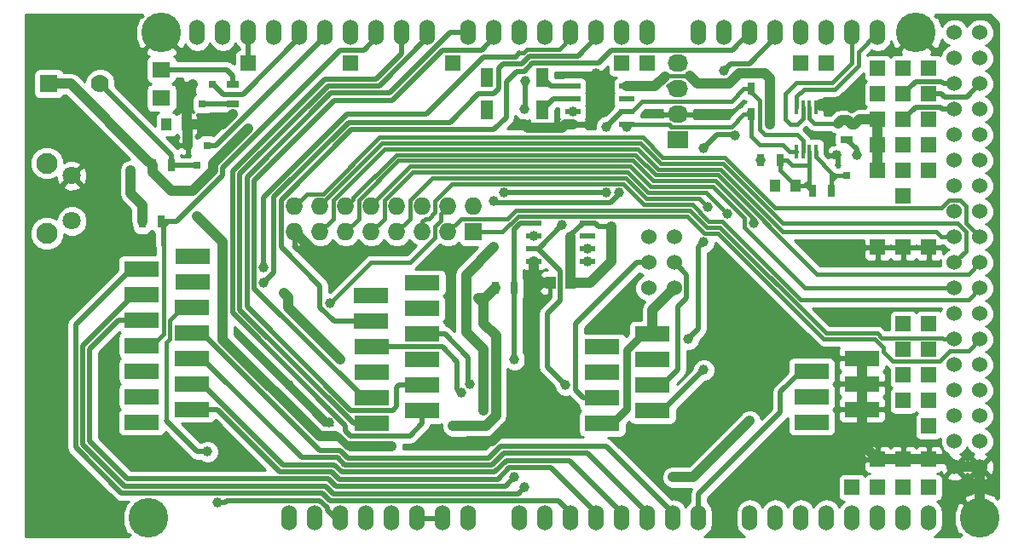
<source format=gtl>
G04 #@! TF.FileFunction,Copper,L1,Top,Signal*
%FSLAX46Y46*%
G04 Gerber Fmt 4.6, Leading zero omitted, Abs format (unit mm)*
G04 Created by KiCad (PCBNEW 4.0.0-2.201512091501+6195~38~ubuntu14.04.1-stable) date Wed 16 Dec 2015 17:55:33 GMT*
%MOMM*%
G01*
G04 APERTURE LIST*
%ADD10C,0.100000*%
%ADD11R,1.000000X1.250000*%
%ADD12R,1.800860X1.597660*%
%ADD13R,3.500000X1.500000*%
%ADD14R,2.032000X1.727200*%
%ADD15O,2.032000X1.727200*%
%ADD16R,1.727200X1.727200*%
%ADD17O,1.727200X1.727200*%
%ADD18R,1.524000X1.524000*%
%ADD19R,0.800100X0.800100*%
%ADD20R,0.700000X1.300000*%
%ADD21R,1.300000X0.700000*%
%ADD22R,1.550000X0.600000*%
%ADD23R,0.450000X1.450000*%
%ADD24R,1.300000X1.900000*%
%ADD25R,1.778000X1.778000*%
%ADD26C,1.778000*%
%ADD27C,1.800000*%
%ADD28C,2.100000*%
%ADD29O,1.524000X2.540000*%
%ADD30C,3.937000*%
%ADD31C,1.524000*%
%ADD32C,1.000000*%
%ADD33C,1.024000*%
%ADD34C,0.381000*%
%ADD35C,0.508000*%
%ADD36C,0.254000*%
%ADD37C,0.762000*%
G04 APERTURE END LIST*
D10*
D11*
X179816000Y-106172000D03*
X177816000Y-106172000D03*
X139700000Y-90424000D03*
X141700000Y-90424000D03*
X202152000Y-96520000D03*
X200152000Y-96520000D03*
D12*
X139192000Y-87779860D03*
X139192000Y-84940140D03*
D13*
X137200000Y-120015000D03*
X142240000Y-118745000D03*
X137240000Y-117475000D03*
X142240000Y-116205000D03*
X137240000Y-114935000D03*
X142240000Y-113665000D03*
X137240000Y-112395000D03*
X142240000Y-111125000D03*
X137200000Y-109855000D03*
X142240000Y-108585000D03*
X137200000Y-107315000D03*
X142280000Y-106045000D03*
X137200000Y-104775000D03*
X142280000Y-103505000D03*
X182960000Y-120142000D03*
X187960000Y-118872000D03*
X182960000Y-117602000D03*
X187960000Y-116332000D03*
X182960000Y-115062000D03*
X187960000Y-113792000D03*
X182960000Y-112522000D03*
X187960000Y-111252000D03*
X203748000Y-120015000D03*
X208748000Y-118745000D03*
X203748000Y-117475000D03*
X208748000Y-116205000D03*
X203748000Y-114935000D03*
X208748000Y-113665000D03*
X160060000Y-120142000D03*
X165060000Y-118872000D03*
X160060000Y-117602000D03*
X165060000Y-116332000D03*
X160060000Y-115062000D03*
X165060000Y-113792000D03*
X160060000Y-112522000D03*
X165060000Y-111252000D03*
X160020000Y-109982000D03*
X165060000Y-108712000D03*
X160020000Y-107442000D03*
X165100000Y-106172000D03*
D14*
X190500000Y-91948000D03*
D15*
X190500000Y-89408000D03*
X190500000Y-86868000D03*
X190500000Y-84328000D03*
D16*
X170180000Y-101092000D03*
D17*
X170180000Y-98552000D03*
X167640000Y-101092000D03*
X167640000Y-98552000D03*
X165100000Y-101092000D03*
X165100000Y-98552000D03*
X162560000Y-101092000D03*
X162560000Y-98552000D03*
X160020000Y-101092000D03*
X160020000Y-98552000D03*
X157480000Y-101092000D03*
X157480000Y-98552000D03*
X154940000Y-101092000D03*
X154940000Y-98552000D03*
X152400000Y-101092000D03*
X152400000Y-98552000D03*
D18*
X207772000Y-126492000D03*
X210312000Y-126492000D03*
X212852000Y-126492000D03*
X215392000Y-126492000D03*
X215392000Y-120396000D03*
X215392000Y-117856000D03*
X212852000Y-117856000D03*
X215392000Y-115316000D03*
X212852000Y-115316000D03*
X215392000Y-112776000D03*
X212852000Y-112776000D03*
X215392000Y-110236000D03*
X212852000Y-110236000D03*
X147828000Y-84328000D03*
X157988000Y-84328000D03*
X168148000Y-84328000D03*
X184912000Y-84328000D03*
X187452000Y-84328000D03*
X202692000Y-84328000D03*
X205232000Y-84328000D03*
X210312000Y-87376000D03*
X212852000Y-87376000D03*
X215392000Y-87376000D03*
X212852000Y-89916000D03*
X215392000Y-89916000D03*
X212852000Y-92456000D03*
X215392000Y-92456000D03*
X212852000Y-94996000D03*
X215392000Y-94996000D03*
X212852000Y-97536000D03*
X210312000Y-89916000D03*
X210312000Y-94996000D03*
X210312000Y-92456000D03*
X210312000Y-84836000D03*
X212852000Y-84836000D03*
X215392000Y-84836000D03*
X212852000Y-102616000D03*
X215392000Y-102616000D03*
X210312000Y-102616000D03*
D19*
X144206000Y-86375240D03*
X142306000Y-86375240D03*
X143256000Y-88374220D03*
X143698000Y-92489020D03*
X141798000Y-92489020D03*
X142748000Y-94488000D03*
X208214000Y-93472000D03*
X206314000Y-93472000D03*
X207264000Y-95470980D03*
D20*
X137292000Y-100076000D03*
X139192000Y-100076000D03*
X172344000Y-106680000D03*
X174244000Y-106680000D03*
D21*
X146304000Y-86426000D03*
X146304000Y-88326000D03*
D20*
X138308000Y-94488000D03*
X140208000Y-94488000D03*
X197744000Y-86868000D03*
X199644000Y-86868000D03*
X197744000Y-89408000D03*
X199644000Y-89408000D03*
D21*
X207264000Y-91882000D03*
X207264000Y-89982000D03*
D20*
X203840000Y-97028000D03*
X205740000Y-97028000D03*
X200594000Y-93980000D03*
X198694000Y-93980000D03*
D22*
X176116000Y-100203000D03*
X176116000Y-101473000D03*
X176116000Y-102743000D03*
X176116000Y-104013000D03*
X181516000Y-104013000D03*
X181516000Y-102743000D03*
X181516000Y-101473000D03*
X181516000Y-100203000D03*
D23*
X204175000Y-88732000D03*
X203525000Y-88732000D03*
X202875000Y-88732000D03*
X202225000Y-88732000D03*
X202225000Y-93132000D03*
X202875000Y-93132000D03*
X203525000Y-93132000D03*
X204175000Y-93132000D03*
D22*
X180020000Y-86614000D03*
X180020000Y-87884000D03*
X180020000Y-89154000D03*
X180020000Y-90424000D03*
X185420000Y-90424000D03*
X185420000Y-89154000D03*
X185420000Y-87884000D03*
X185420000Y-86614000D03*
D24*
X176994000Y-85776000D03*
X171494000Y-85776000D03*
X171494000Y-88976000D03*
X176994000Y-88976000D03*
D25*
X128016000Y-86360000D03*
D26*
X133096000Y-86360000D03*
D27*
X130282000Y-100004000D03*
X130282000Y-95504000D03*
D28*
X127782000Y-101254000D03*
X127782000Y-94254000D03*
D18*
X210312000Y-123698000D03*
X212852000Y-123698000D03*
X215392000Y-123698000D03*
D29*
X192532000Y-81280000D03*
X195072000Y-81280000D03*
X197612000Y-81280000D03*
X200152000Y-81280000D03*
X202692000Y-81280000D03*
X205232000Y-81280000D03*
X207772000Y-81280000D03*
X210312000Y-81280000D03*
X215392000Y-129540000D03*
X212852000Y-129540000D03*
X210312000Y-129540000D03*
X207772000Y-129540000D03*
X197612000Y-129540000D03*
X192532000Y-129540000D03*
X189992000Y-129540000D03*
X200152000Y-129540000D03*
X202692000Y-129540000D03*
X205232000Y-129540000D03*
X187452000Y-129540000D03*
X184912000Y-129540000D03*
X182372000Y-129540000D03*
X174752000Y-129540000D03*
X177292000Y-129540000D03*
X179832000Y-129540000D03*
X169672000Y-129540000D03*
X167132000Y-129540000D03*
X164592000Y-129540000D03*
X159512000Y-129540000D03*
X156972000Y-129540000D03*
X187452000Y-81280000D03*
X184912000Y-81280000D03*
X182372000Y-81280000D03*
X179832000Y-81280000D03*
X177292000Y-81280000D03*
X174752000Y-81280000D03*
X172212000Y-81280000D03*
X169672000Y-81280000D03*
X165608000Y-81280000D03*
X163068000Y-81280000D03*
X160528000Y-81280000D03*
X157988000Y-81280000D03*
X155448000Y-81280000D03*
X152908000Y-81280000D03*
X150368000Y-81280000D03*
X147828000Y-81280000D03*
X162052000Y-129540000D03*
D30*
X220472000Y-129540000D03*
X214122000Y-81280000D03*
X139192000Y-81280000D03*
X137922000Y-129540000D03*
D31*
X217932000Y-83820000D03*
X220472000Y-83820000D03*
X217932000Y-86360000D03*
X220472000Y-86360000D03*
X217932000Y-88900000D03*
X220472000Y-88900000D03*
X217932000Y-91440000D03*
X220472000Y-91440000D03*
X217932000Y-81280000D03*
X220472000Y-81280000D03*
X220472000Y-93980000D03*
X217932000Y-93980000D03*
X217932000Y-96520000D03*
X220472000Y-96520000D03*
X217932000Y-99060000D03*
X220472000Y-99060000D03*
X217932000Y-101600000D03*
X220472000Y-101600000D03*
X217932000Y-104140000D03*
X220472000Y-104140000D03*
X217932000Y-106680000D03*
X220472000Y-106680000D03*
X217932000Y-109220000D03*
X220472000Y-109220000D03*
X217932000Y-111760000D03*
X220472000Y-111760000D03*
X217932000Y-114300000D03*
X220472000Y-114300000D03*
X217932000Y-116840000D03*
X220472000Y-116840000D03*
X217932000Y-119380000D03*
X220472000Y-119380000D03*
X217932000Y-121920000D03*
X220472000Y-121920000D03*
X217932000Y-124460000D03*
X220472000Y-124460000D03*
D29*
X145288000Y-81280000D03*
X142748000Y-81280000D03*
D31*
X187579000Y-101600000D03*
X190119000Y-101600000D03*
X187579000Y-104140000D03*
X187579000Y-106680000D03*
X190119000Y-104140000D03*
X190119000Y-106680000D03*
D29*
X154432000Y-129540000D03*
X151892000Y-129540000D03*
D32*
X139192000Y-87779860D03*
X136144000Y-94996000D03*
X137292000Y-100076000D03*
X151384000Y-107188000D03*
X156972000Y-113792000D03*
X168148000Y-120396000D03*
X170688000Y-107696000D03*
X171196000Y-110186010D03*
X179816000Y-106172000D03*
X206380000Y-90292000D03*
X183896000Y-100584000D03*
X182372000Y-85344000D03*
X196088000Y-127000000D03*
X195072000Y-117348000D03*
X192024000Y-120396000D03*
X173228000Y-120660027D03*
X207772000Y-109728000D03*
X184404000Y-110236000D03*
X176276000Y-114300000D03*
X168148000Y-103632000D03*
X147828000Y-123952000D03*
X155816536Y-120027464D03*
X151892000Y-116332000D03*
X146304000Y-89408000D03*
X141793990Y-92489020D03*
X169672000Y-121920000D03*
X206248000Y-93472000D03*
X159004000Y-103124000D03*
X207772000Y-88806020D03*
X208748000Y-113665000D03*
X200152000Y-96520000D03*
X175260000Y-90424000D03*
X180020000Y-90424000D03*
X176116000Y-104013000D03*
X204724000Y-88392000D03*
X147752327Y-90856327D03*
X139700000Y-90424000D03*
X137668000Y-93848000D03*
X142748000Y-99568000D03*
X140208000Y-97028000D03*
X162052000Y-122428000D03*
X185420000Y-86614000D03*
X198694000Y-93980000D03*
X199644000Y-90424000D03*
X176116000Y-101473000D03*
X137240000Y-117475000D03*
X182960000Y-115062000D03*
X137240000Y-114935000D03*
X181516000Y-104013000D03*
X174244000Y-125476000D03*
X175260000Y-126492000D03*
X149352000Y-106172000D03*
X142280000Y-106045000D03*
X149352000Y-104648000D03*
X142280000Y-103505000D03*
X175260000Y-88900000D03*
X175271143Y-86080921D03*
X193040000Y-114792000D03*
X195072000Y-85032010D03*
X196156130Y-91459109D03*
X193040000Y-92797452D03*
X193040000Y-102108000D03*
X187960000Y-113792000D03*
X191516000Y-111760000D03*
X182960000Y-112522000D03*
X172212000Y-102616000D03*
X171171742Y-118872000D03*
X203748000Y-120015000D03*
X197612000Y-119888000D03*
X189992000Y-125476000D03*
X178982587Y-100417413D03*
X180020000Y-89154000D03*
X203748000Y-117475000D03*
X179324000Y-116332000D03*
X160060000Y-115062000D03*
X165060000Y-113792000D03*
X168918246Y-117085754D03*
X169766775Y-116237225D03*
X160020000Y-107442000D03*
X165100000Y-106172000D03*
X172212000Y-98044000D03*
X185420000Y-90620010D03*
X184588003Y-97200990D03*
X173228000Y-97200990D03*
X183388000Y-97200990D03*
X183388000Y-90620010D03*
X208214000Y-93472000D03*
X174244000Y-113792000D03*
X193468198Y-98631802D03*
X195367884Y-99272116D03*
X197967556Y-100228444D03*
X181516000Y-102743000D03*
X144780000Y-128016000D03*
X143764000Y-122936000D03*
X155956000Y-108204000D03*
X142240000Y-108585000D03*
D33*
X136144000Y-97254000D02*
X136144000Y-94996000D01*
X137292000Y-100076000D02*
X137292000Y-98402000D01*
X137292000Y-98402000D02*
X136144000Y-97254000D01*
X151772967Y-108592967D02*
X151772967Y-107576967D01*
X151772967Y-107576967D02*
X151384000Y-107188000D01*
X156972000Y-113792000D02*
X151772967Y-108592967D01*
X171196000Y-110186010D02*
X172395752Y-111385762D01*
X172395752Y-111385762D02*
X172395752Y-119379001D01*
X172395752Y-119379001D02*
X171378753Y-120396000D01*
X171378753Y-120396000D02*
X168148000Y-120396000D01*
X210312000Y-92456000D02*
X210312000Y-94996000D01*
X210312000Y-89916000D02*
X210312000Y-92456000D01*
X207772000Y-90424000D02*
X208018000Y-90424000D01*
X208018000Y-90424000D02*
X208526000Y-89916000D01*
X208526000Y-89916000D02*
X210312000Y-89916000D01*
X207330000Y-89982000D02*
X207772000Y-90424000D01*
X207264000Y-89982000D02*
X207330000Y-89982000D01*
X179816000Y-106172000D02*
X181713602Y-106172000D01*
X183896000Y-103989602D02*
X183896000Y-101291106D01*
X181713602Y-106172000D02*
X183896000Y-103989602D01*
X183896000Y-101291106D02*
X183896000Y-100584000D01*
X170688000Y-107696000D02*
X171328000Y-107696000D01*
X171328000Y-107696000D02*
X172344000Y-106680000D01*
X171196000Y-108204000D02*
X171196000Y-107828000D01*
X171196000Y-107828000D02*
X172344000Y-106680000D01*
X171196000Y-108204000D02*
X170688000Y-107696000D01*
X171196000Y-110186010D02*
X171196000Y-108204000D01*
D34*
X206380000Y-90292000D02*
X203979000Y-90292000D01*
X203979000Y-90292000D02*
X203525000Y-89838000D01*
X203525000Y-89838000D02*
X203525000Y-88732000D01*
D33*
X207264000Y-89982000D02*
X206690000Y-89982000D01*
X206690000Y-89982000D02*
X206380000Y-90292000D01*
X179816000Y-106172000D02*
X179816000Y-101600000D01*
D35*
X181516000Y-100203000D02*
X181041000Y-100203000D01*
X181041000Y-100203000D02*
X179816000Y-101428000D01*
X179816000Y-101428000D02*
X179816000Y-101600000D01*
X182626000Y-100584000D02*
X183896000Y-100584000D01*
X181516000Y-100203000D02*
X182245000Y-100203000D01*
X182245000Y-100203000D02*
X182626000Y-100584000D01*
D33*
X215392000Y-123698000D02*
X217170000Y-123698000D01*
X217170000Y-123698000D02*
X217932000Y-124460000D01*
X212852000Y-123698000D02*
X215392000Y-123698000D01*
X210312000Y-123698000D02*
X212852000Y-123698000D01*
X208748000Y-118745000D02*
X208748000Y-122134000D01*
X208748000Y-122134000D02*
X210312000Y-123698000D01*
D35*
X182372000Y-89355000D02*
X182372000Y-85344000D01*
X180020000Y-90424000D02*
X181303000Y-90424000D01*
X181303000Y-90424000D02*
X182372000Y-89355000D01*
X201751000Y-127000000D02*
X196088000Y-127000000D01*
X208748000Y-118745000D02*
X208748000Y-120003000D01*
X208748000Y-120003000D02*
X201751000Y-127000000D01*
X195072000Y-117348000D02*
X192024000Y-120396000D01*
X199644000Y-112776000D02*
X195072000Y-117348000D01*
X205601000Y-112776000D02*
X199644000Y-112776000D01*
X208748000Y-113665000D02*
X206490000Y-113665000D01*
X206490000Y-113665000D02*
X205601000Y-112776000D01*
D33*
X172476027Y-121412000D02*
X175768000Y-118120027D01*
X171968027Y-121920000D02*
X172476027Y-121412000D01*
D35*
X172476027Y-121412000D02*
X173228000Y-120660027D01*
D33*
X175768000Y-114300000D02*
X175768000Y-107355000D01*
X175768000Y-118120027D02*
X175768000Y-114300000D01*
D35*
X175768000Y-114300000D02*
X176276000Y-114300000D01*
D36*
X151892000Y-116332000D02*
X155587464Y-120027464D01*
X155587464Y-120027464D02*
X155816536Y-120027464D01*
D33*
X141700000Y-90424000D02*
X141700000Y-86981240D01*
X141700000Y-86981240D02*
X142306000Y-86375240D01*
X146304000Y-89408000D02*
X145288000Y-90424000D01*
X145288000Y-90424000D02*
X141700000Y-90424000D01*
X141793990Y-92489020D02*
X141793990Y-90517990D01*
X141793990Y-90517990D02*
X141700000Y-90424000D01*
X176116000Y-105337000D02*
X176116000Y-107007000D01*
X176116000Y-107007000D02*
X175768000Y-107355000D01*
X175768000Y-107355000D02*
X176951000Y-106172000D01*
X169672000Y-121920000D02*
X171968027Y-121920000D01*
X159004000Y-103124000D02*
X154432000Y-103124000D01*
X154432000Y-103124000D02*
X152400000Y-101092000D01*
X204724000Y-88392000D02*
X207357980Y-88392000D01*
X207357980Y-88392000D02*
X207772000Y-88806020D01*
X175768000Y-90759893D02*
X175595893Y-90759893D01*
X175595893Y-90759893D02*
X175260000Y-90424000D01*
X180020000Y-90424000D02*
X179301913Y-90424000D01*
X179301913Y-90424000D02*
X178966020Y-90759893D01*
X178966020Y-90759893D02*
X175768000Y-90759893D01*
X176116000Y-104013000D02*
X176116000Y-105337000D01*
X176116000Y-105337000D02*
X176951000Y-106172000D01*
X176951000Y-106172000D02*
X177803991Y-106172000D01*
D34*
X204175000Y-88732000D02*
X204384000Y-88732000D01*
X204384000Y-88732000D02*
X204724000Y-88392000D01*
D33*
X190655000Y-89154000D02*
X190180000Y-89154000D01*
X220472000Y-124460000D02*
X217932000Y-124460000D01*
X220472000Y-129540000D02*
X220472000Y-124460000D01*
X208748000Y-116205000D02*
X208748000Y-118745000D01*
X208748000Y-113665000D02*
X208748000Y-116205000D01*
X128016000Y-86360000D02*
X130180000Y-86360000D01*
X130180000Y-86360000D02*
X137668000Y-93848000D01*
X140208000Y-97028000D02*
X142289702Y-97028000D01*
X142289702Y-97028000D02*
X144321991Y-94995711D01*
X144321991Y-94995711D02*
X144321991Y-94286663D01*
X144321991Y-94286663D02*
X147752327Y-90856327D01*
X138308000Y-94488000D02*
X137668000Y-93848000D01*
X145288000Y-102108000D02*
X145288000Y-111806856D01*
X145288000Y-111806856D02*
X154893144Y-121412000D01*
X154893144Y-121412000D02*
X156464000Y-121412000D01*
X142748000Y-99568000D02*
X145288000Y-102108000D01*
X138308000Y-94488000D02*
X138308000Y-95128000D01*
X138308000Y-95128000D02*
X140208000Y-97028000D01*
D37*
X156721515Y-121412000D02*
X156464000Y-121412000D01*
X157922777Y-122428000D02*
X157737515Y-122428000D01*
X157737515Y-122428000D02*
X156721515Y-121412000D01*
D33*
X162052000Y-122428000D02*
X157922777Y-122428000D01*
X195580000Y-86360000D02*
X196596000Y-85344000D01*
X196596000Y-85344000D02*
X199136000Y-85344000D01*
X192372649Y-86360000D02*
X195580000Y-86360000D01*
X191610649Y-85598000D02*
X192372649Y-86360000D01*
D34*
X189223544Y-85582110D02*
X191610649Y-85598000D01*
X189157664Y-85647990D02*
X189223544Y-85582110D01*
D33*
X185420000Y-86614000D02*
X188191654Y-86614000D01*
X188191654Y-86614000D02*
X189157664Y-85647990D01*
X199644000Y-89408000D02*
X199644000Y-90424000D01*
X199644000Y-85852000D02*
X199136000Y-85344000D01*
X199644000Y-86868000D02*
X199644000Y-85852000D01*
X199644000Y-89408000D02*
X199644000Y-86868000D01*
D35*
X146304000Y-86426000D02*
X146304000Y-85568000D01*
X146304000Y-85568000D02*
X145676140Y-84940140D01*
X145676140Y-84940140D02*
X140600430Y-84940140D01*
X140600430Y-84940140D02*
X139192000Y-84940140D01*
X142240000Y-118745000D02*
X144778724Y-118745000D01*
X144778724Y-118745000D02*
X150963685Y-124929961D01*
X150963685Y-124929961D02*
X156054764Y-124929961D01*
X173736000Y-124521999D02*
X177861999Y-124521999D01*
X156054764Y-124929961D02*
X156816763Y-125691960D01*
X156816763Y-125691960D02*
X172566039Y-125691960D01*
X172566039Y-125691960D02*
X173736000Y-124521999D01*
X177861999Y-124521999D02*
X182372000Y-129032000D01*
X182372000Y-129032000D02*
X182372000Y-129540000D01*
X142240000Y-116205000D02*
X143240000Y-116205000D01*
X143240000Y-116205000D02*
X151256952Y-124221952D01*
X151256952Y-124221952D02*
X156348031Y-124221952D01*
X157094079Y-124968000D02*
X172288723Y-124968000D01*
X172288723Y-124968000D02*
X173442734Y-123813989D01*
X156348031Y-124221952D02*
X157094079Y-124968000D01*
X184912000Y-129032000D02*
X184912000Y-129540000D01*
X173442734Y-123813989D02*
X179693989Y-123813989D01*
X179693989Y-123813989D02*
X184912000Y-129032000D01*
X191335001Y-107696000D02*
X191335001Y-105356001D01*
X190500000Y-114792000D02*
X190500000Y-108531001D01*
X190500000Y-108531001D02*
X191335001Y-107696000D01*
X187960000Y-116332000D02*
X188960000Y-116332000D01*
X188960000Y-116332000D02*
X190500000Y-114792000D01*
X190880999Y-104901999D02*
X190119000Y-104140000D01*
X191335001Y-105356001D02*
X190880999Y-104901999D01*
X142240000Y-113665000D02*
X143240000Y-113665000D01*
X143240000Y-113665000D02*
X153088942Y-123513942D01*
X153088942Y-123513942D02*
X156641298Y-123513942D01*
X156641298Y-123513942D02*
X157387345Y-124259990D01*
X173149468Y-123105979D02*
X181525979Y-123105979D01*
X157387345Y-124259990D02*
X171995457Y-124259990D01*
X171995457Y-124259990D02*
X173149468Y-123105979D01*
X181525979Y-123105979D02*
X187452000Y-129032000D01*
X187452000Y-129032000D02*
X187452000Y-129540000D01*
X145288000Y-95504000D02*
X140716000Y-100076000D01*
X140716000Y-100076000D02*
X139192000Y-100076000D01*
X145288000Y-94686798D02*
X145288000Y-95504000D01*
X156970788Y-83004010D02*
X145288000Y-94686798D01*
X139192000Y-100076000D02*
X139501202Y-100076000D01*
X139501202Y-100076000D02*
X139700000Y-100274798D01*
X160528000Y-81280000D02*
X160528000Y-81788000D01*
X160528000Y-81788000D02*
X159311990Y-83004010D01*
X159311990Y-83004010D02*
X156970788Y-83004010D01*
X139404001Y-100570797D02*
X139404001Y-102403999D01*
X137240000Y-112395000D02*
X138240000Y-112395000D01*
D34*
X138240000Y-112395000D02*
X139404001Y-111230999D01*
X139404001Y-111230999D02*
X139404001Y-102403999D01*
D35*
X142240000Y-111125000D02*
X143240000Y-111125000D01*
X143240000Y-111125000D02*
X154920932Y-122805932D01*
X154920932Y-122805932D02*
X156934565Y-122805932D01*
X157680612Y-123551980D02*
X171702191Y-123551980D01*
X156934565Y-122805932D02*
X157680612Y-123551980D01*
X171702191Y-123551980D02*
X172856202Y-122397969D01*
X172856202Y-122397969D02*
X183357969Y-122397969D01*
X183357969Y-122397969D02*
X189992000Y-129032000D01*
X189992000Y-129032000D02*
X189992000Y-129540000D01*
X174244000Y-125476000D02*
X173320030Y-126399970D01*
X134942000Y-109855000D02*
X137200000Y-109855000D01*
X173320030Y-126399970D02*
X156523496Y-126399970D01*
X132080000Y-112717000D02*
X134942000Y-109855000D01*
X156523496Y-126399970D02*
X155761497Y-125637971D01*
X132080000Y-121920000D02*
X132080000Y-112717000D01*
X155761497Y-125637971D02*
X135797971Y-125637971D01*
X135797971Y-125637971D02*
X132080000Y-121920000D01*
X177292000Y-129540000D02*
X177292000Y-129032000D01*
X175260000Y-126492000D02*
X174644020Y-127107980D01*
X174644020Y-127107980D02*
X156230230Y-127107980D01*
X156230230Y-127107980D02*
X155468231Y-126345981D01*
X155468231Y-126345981D02*
X135504704Y-126345981D01*
X135504704Y-126345981D02*
X131371990Y-122213266D01*
X131371990Y-122213266D02*
X131371990Y-112423733D01*
X131371990Y-112423733D02*
X136480724Y-107315000D01*
X136480724Y-107315000D02*
X137200000Y-107315000D01*
X149352000Y-106172000D02*
X150368000Y-105156000D01*
X150368000Y-105156000D02*
X150368000Y-97632674D01*
X150368000Y-97632674D02*
X157776684Y-90223990D01*
X157776684Y-90223990D02*
X167828808Y-90223990D01*
X167828808Y-90223990D02*
X170676798Y-87376000D01*
X170676798Y-87376000D02*
X172212000Y-87376000D01*
X182372000Y-81788000D02*
X182372000Y-81280000D01*
X172212000Y-87376000D02*
X172720000Y-86868000D01*
X174931491Y-84420030D02*
X175731531Y-83619990D01*
X172720000Y-86868000D02*
X172720000Y-84836000D01*
X172720000Y-84836000D02*
X173135970Y-84420030D01*
X175731531Y-83619990D02*
X180540010Y-83619990D01*
X173135970Y-84420030D02*
X174931491Y-84420030D01*
X180540010Y-83619990D02*
X182372000Y-81788000D01*
X137200000Y-104775000D02*
X136200000Y-104775000D01*
X179832000Y-129032000D02*
X179832000Y-129540000D01*
X136200000Y-104775000D02*
X130663980Y-110311020D01*
X135211437Y-127053991D02*
X155174965Y-127053991D01*
X130663980Y-110311020D02*
X130663980Y-122506533D01*
X130663980Y-122506533D02*
X135211437Y-127053991D01*
X155174965Y-127053991D02*
X155936963Y-127815990D01*
X155936963Y-127815990D02*
X178615990Y-127815990D01*
X178615990Y-127815990D02*
X179832000Y-129032000D01*
X149352000Y-104648000D02*
X149352000Y-97647397D01*
X171140778Y-83712020D02*
X174351980Y-83712020D01*
X149352000Y-97647397D02*
X157591397Y-89408000D01*
X157591397Y-89408000D02*
X165444798Y-89408000D01*
X165444798Y-89408000D02*
X171140778Y-83712020D01*
X174351980Y-83712020D02*
X174752000Y-83312000D01*
D34*
X175128047Y-83312000D02*
X174752000Y-83312000D01*
X179832000Y-81280000D02*
X179832000Y-81788000D01*
X179832000Y-81788000D02*
X178679490Y-82940510D01*
X178679490Y-82940510D02*
X175499537Y-82940510D01*
X175499537Y-82940510D02*
X175128047Y-83312000D01*
D35*
X179832000Y-81280000D02*
X179832000Y-81589202D01*
D33*
X187960000Y-111252000D02*
X187960000Y-108839000D01*
X187960000Y-108839000D02*
X190119000Y-106680000D01*
D37*
X185420000Y-118682000D02*
X185420000Y-112792000D01*
X185420000Y-112792000D02*
X186960000Y-111252000D01*
X186960000Y-111252000D02*
X187960000Y-111252000D01*
D35*
X182960000Y-120142000D02*
X183960000Y-120142000D01*
D37*
X183960000Y-120142000D02*
X185420000Y-118682000D01*
D35*
X175271143Y-86080921D02*
X175271143Y-88888857D01*
X175271143Y-88888857D02*
X175260000Y-88900000D01*
X187960000Y-118872000D02*
X188960000Y-118872000D01*
X188960000Y-118872000D02*
X193040000Y-114792000D01*
X195072000Y-85032010D02*
X195726020Y-84377990D01*
X195726020Y-84377990D02*
X197562010Y-84377990D01*
X197562010Y-84377990D02*
X200152000Y-81788000D01*
X200152000Y-81788000D02*
X200152000Y-81280000D01*
X194397452Y-91440000D02*
X196137021Y-91440000D01*
X196137021Y-91440000D02*
X196156130Y-91459109D01*
X193040000Y-92797452D02*
X194397452Y-91440000D01*
X191516000Y-111760000D02*
X192532000Y-110744000D01*
X192532000Y-110744000D02*
X192532000Y-102616000D01*
X192532000Y-102616000D02*
X193040000Y-102108000D01*
D33*
X171171742Y-112751742D02*
X171171742Y-118872000D01*
X169463990Y-105364010D02*
X172212000Y-102616000D01*
X171171742Y-112751742D02*
X169463990Y-111043990D01*
X169463990Y-111043990D02*
X169463990Y-105364010D01*
X192024000Y-125476000D02*
X197612000Y-119888000D01*
X189992000Y-125476000D02*
X192024000Y-125476000D01*
D35*
X178982587Y-100417413D02*
X176657000Y-102743000D01*
X176657000Y-102743000D02*
X176116000Y-102743000D01*
X177480000Y-109220000D02*
X177480000Y-114488000D01*
X176116000Y-102743000D02*
X176591000Y-102743000D01*
X176591000Y-102743000D02*
X178770001Y-104922001D01*
X178770001Y-104922001D02*
X178770001Y-107929999D01*
X178770001Y-107929999D02*
X177480000Y-109220000D01*
X177480000Y-114488000D02*
X179324000Y-116332000D01*
X192532000Y-127183000D02*
X200660000Y-119055000D01*
X203748000Y-114935000D02*
X202748000Y-114935000D01*
X202748000Y-114935000D02*
X200660000Y-117023000D01*
X200660000Y-117023000D02*
X200660000Y-119055000D01*
X192532000Y-129540000D02*
X192532000Y-127183000D01*
X165608000Y-81280000D02*
X165608000Y-81788000D01*
X165608000Y-81788000D02*
X160821266Y-86574734D01*
X160821266Y-86574734D02*
X155726541Y-86574734D01*
X155726541Y-86574734D02*
X146981979Y-95319296D01*
X146981979Y-95319296D02*
X146981979Y-108842457D01*
X146981979Y-108842457D02*
X158281522Y-120142000D01*
X158281522Y-120142000D02*
X160060000Y-120142000D01*
X159060000Y-120142000D02*
X160060000Y-120142000D01*
X163068000Y-81280000D02*
X163068000Y-83326724D01*
X163068000Y-83326724D02*
X160528000Y-85866724D01*
X160528000Y-85866724D02*
X155433274Y-85866724D01*
X155433274Y-85866724D02*
X146273969Y-95026029D01*
X146273969Y-95026029D02*
X146273969Y-109135724D01*
X146273969Y-109135724D02*
X157480000Y-120341755D01*
X157480000Y-120341755D02*
X157480000Y-120879202D01*
X157480000Y-120879202D02*
X157946799Y-121346001D01*
X157946799Y-121346001D02*
X163843999Y-121346001D01*
X165060000Y-120130000D02*
X165060000Y-118872000D01*
X163843999Y-121346001D02*
X165060000Y-120130000D01*
X160060000Y-117602000D02*
X159282798Y-117602000D01*
X167112963Y-83004010D02*
X170995990Y-83004010D01*
X159282798Y-117602000D02*
X148397999Y-106717201D01*
X148397999Y-106717201D02*
X148397999Y-95950001D01*
X156357246Y-87990754D02*
X162126219Y-87990754D01*
X148397999Y-95950001D02*
X156357246Y-87990754D01*
X162126219Y-87990754D02*
X167112963Y-83004010D01*
X170995990Y-83004010D02*
X172212000Y-81788000D01*
X172212000Y-81788000D02*
X172212000Y-81280000D01*
X162560000Y-118419202D02*
X162173201Y-118806001D01*
X165060000Y-116332000D02*
X162802000Y-116332000D01*
X162802000Y-116332000D02*
X162560000Y-116574000D01*
X162560000Y-116574000D02*
X162560000Y-118419202D01*
X162173201Y-118806001D02*
X157946799Y-118806001D01*
X157946799Y-118806001D02*
X147689989Y-108549191D01*
X161832953Y-87282744D02*
X167835697Y-81280000D01*
X147689989Y-108549191D02*
X147689989Y-95612563D01*
X147689989Y-95612563D02*
X156019808Y-87282744D01*
X156019808Y-87282744D02*
X161832953Y-87282744D01*
X167835697Y-81280000D02*
X169672000Y-81280000D01*
X167107202Y-112522000D02*
X168571117Y-113985915D01*
X168571117Y-113985915D02*
X168571117Y-116738625D01*
X168571117Y-116738625D02*
X168918246Y-117085754D01*
X160060000Y-112522000D02*
X167107202Y-112522000D01*
X169672000Y-113606000D02*
X169672000Y-116142450D01*
X169672000Y-116142450D02*
X169766775Y-116237225D01*
X165060000Y-111252000D02*
X167318000Y-111252000D01*
X167318000Y-111252000D02*
X169672000Y-113606000D01*
X160020000Y-109982000D02*
X156322078Y-109982000D01*
X175224758Y-85128040D02*
X176024798Y-84328000D01*
X182570798Y-84328000D02*
X183894788Y-83004010D01*
X195887990Y-83004010D02*
X197612000Y-81280000D01*
X156322078Y-109982000D02*
X154940000Y-108599922D01*
X158069950Y-90932000D02*
X172212000Y-90932000D01*
X154940000Y-108599922D02*
X154940000Y-106473601D01*
X154940000Y-106473601D02*
X151082399Y-102616000D01*
X174459960Y-85128040D02*
X175224758Y-85128040D01*
X176024798Y-84328000D02*
X182570798Y-84328000D01*
X151082399Y-102616000D02*
X151082399Y-97919551D01*
X151082399Y-97919551D02*
X158069950Y-90932000D01*
X183894788Y-83004010D02*
X195887990Y-83004010D01*
X172212000Y-90932000D02*
X173428009Y-89715991D01*
X173428009Y-89715991D02*
X173428009Y-86159991D01*
X173428009Y-86159991D02*
X174459960Y-85128040D01*
X190180000Y-86614000D02*
X189557798Y-86614000D01*
X183785009Y-98154991D02*
X172322991Y-98154991D01*
X172322991Y-98154991D02*
X172212000Y-98044000D01*
X183785009Y-98154991D02*
X184588003Y-97351997D01*
X184588003Y-97351997D02*
X184588003Y-97200990D01*
D34*
X185420000Y-90424000D02*
X189590021Y-90424000D01*
X189590021Y-90424000D02*
X189828131Y-90662110D01*
X189828131Y-90662110D02*
X195758890Y-90662110D01*
X195758890Y-90662110D02*
X197013000Y-89408000D01*
X197013000Y-89408000D02*
X197744000Y-89408000D01*
X197490000Y-89154000D02*
X197744000Y-89408000D01*
X198628000Y-92456000D02*
X197744000Y-91572000D01*
X197744000Y-91572000D02*
X197744000Y-89408000D01*
X200854328Y-92456000D02*
X198628000Y-92456000D01*
X202225000Y-93132000D02*
X201530328Y-93132000D01*
X201530328Y-93132000D02*
X200854328Y-92456000D01*
D35*
X183388000Y-97200990D02*
X173228000Y-97200990D01*
X185420000Y-89154000D02*
X184854010Y-89154000D01*
X184854010Y-89154000D02*
X183388000Y-90620010D01*
D34*
X185420000Y-89154000D02*
X185895000Y-89154000D01*
X185895000Y-89154000D02*
X186926890Y-88122110D01*
X186926890Y-88122110D02*
X195758890Y-88122110D01*
X195758890Y-88122110D02*
X197013000Y-86868000D01*
X197013000Y-86868000D02*
X197744000Y-86868000D01*
X198120000Y-87544000D02*
X197744000Y-87168000D01*
X198628000Y-88052000D02*
X198120000Y-87544000D01*
X197744000Y-86868000D02*
X197744000Y-87244000D01*
X198460000Y-87884000D02*
X198628000Y-88052000D01*
X198628000Y-90932000D02*
X198628000Y-88052000D01*
X197744000Y-87168000D02*
X197744000Y-86868000D01*
X199136000Y-91440000D02*
X198628000Y-90932000D01*
X202289000Y-91440000D02*
X199136000Y-91440000D01*
X202875000Y-93132000D02*
X202875000Y-92026000D01*
X202875000Y-92026000D02*
X202289000Y-91440000D01*
D35*
X147828000Y-81280000D02*
X147828000Y-84328000D01*
X212852000Y-87376000D02*
X214068001Y-86159999D01*
X216854370Y-86360000D02*
X217932000Y-86360000D01*
X214068001Y-86159999D02*
X216654369Y-86159999D01*
X216654369Y-86159999D02*
X216854370Y-86360000D01*
X220472000Y-86360000D02*
X219148001Y-87683999D01*
X219148001Y-87683999D02*
X216969999Y-87683999D01*
X216969999Y-87683999D02*
X216662000Y-87376000D01*
X216662000Y-87376000D02*
X215392000Y-87376000D01*
X217932000Y-88900000D02*
X216717202Y-88900000D01*
X216717202Y-88900000D02*
X216517201Y-88699999D01*
X216517201Y-88699999D02*
X214068001Y-88699999D01*
X214068001Y-88699999D02*
X212852000Y-89916000D01*
X144287240Y-86375240D02*
X145303240Y-87391240D01*
X145303240Y-87391240D02*
X147304760Y-87391240D01*
X144206000Y-86375240D02*
X144287240Y-86375240D01*
X152908000Y-81280000D02*
X152908000Y-81788000D01*
X152908000Y-81788000D02*
X147304760Y-87391240D01*
X143256000Y-88374220D02*
X146255780Y-88374220D01*
X146255780Y-88374220D02*
X146304000Y-88326000D01*
X143698000Y-92489020D02*
X144606050Y-92489020D01*
X144606050Y-92489020D02*
X155448000Y-81647070D01*
X155448000Y-81647070D02*
X155448000Y-81280000D01*
X140208000Y-94488000D02*
X140208000Y-93472000D01*
X140208000Y-93472000D02*
X133984999Y-87248999D01*
X133984999Y-87248999D02*
X133096000Y-86360000D01*
X140208000Y-94488000D02*
X142748000Y-94488000D01*
X208214000Y-93472000D02*
X208214000Y-92832000D01*
X208214000Y-92832000D02*
X207264000Y-91882000D01*
X208214000Y-93472000D02*
X208280000Y-93472000D01*
D34*
X206248000Y-95470980D02*
X206013980Y-95470980D01*
X207264000Y-95470980D02*
X206248000Y-95470980D01*
X205740000Y-96520000D02*
X205740000Y-96012000D01*
X205740000Y-96012000D02*
X205740000Y-95197000D01*
X206248000Y-95504000D02*
X205740000Y-96012000D01*
X206248000Y-95470980D02*
X206248000Y-95504000D01*
X206013980Y-95470980D02*
X205740000Y-95197000D01*
X204175000Y-93632000D02*
X205740000Y-95197000D01*
X204175000Y-93132000D02*
X204175000Y-93632000D01*
D35*
X174244000Y-106680000D02*
X174244000Y-113792000D01*
X174244000Y-100792000D02*
X174244000Y-106680000D01*
X176116000Y-100203000D02*
X174833000Y-100203000D01*
X174833000Y-100203000D02*
X174244000Y-100792000D01*
D34*
X202289000Y-90424000D02*
X201676000Y-90424000D01*
X201676000Y-90424000D02*
X201168000Y-89916000D01*
X202875000Y-88732000D02*
X202875000Y-89838000D01*
X202875000Y-89838000D02*
X202289000Y-90424000D01*
X201168000Y-87376000D02*
X201168000Y-89916000D01*
X202257010Y-86286990D02*
X201168000Y-87376000D01*
X207772000Y-84328000D02*
X205813010Y-86286990D01*
X205813010Y-86286990D02*
X202257010Y-86286990D01*
X207772000Y-81280000D02*
X207772000Y-84328000D01*
X202225000Y-87626000D02*
X202983000Y-86931500D01*
X210312000Y-81280000D02*
X208416510Y-83175490D01*
X208416510Y-83175490D02*
X208416509Y-84594965D01*
X208416509Y-84594965D02*
X206079974Y-86931500D01*
X206079974Y-86931500D02*
X202983000Y-86931500D01*
X202225000Y-88732000D02*
X202225000Y-87626000D01*
X162560000Y-101092000D02*
X163845899Y-99806101D01*
X163845899Y-99806101D02*
X163845899Y-97950031D01*
X163845899Y-97950031D02*
X166066458Y-95729472D01*
X185265806Y-95729472D02*
X187297804Y-97761470D01*
X166066458Y-95729472D02*
X185265806Y-95729472D01*
X187297804Y-97761470D02*
X192597866Y-97761470D01*
X192597866Y-97761470D02*
X193468198Y-98631802D01*
X160020000Y-101092000D02*
X161305899Y-99806101D01*
X185506466Y-95148460D02*
X187538466Y-97180460D01*
X161305899Y-99806101D02*
X161305899Y-97950031D01*
X161305899Y-97950031D02*
X164107470Y-95148460D01*
X193276228Y-97180460D02*
X195367884Y-99272116D01*
X164107470Y-95148460D02*
X185506466Y-95148460D01*
X187538466Y-97180460D02*
X193276228Y-97180460D01*
X157480000Y-101092000D02*
X158765899Y-99806101D01*
X194188811Y-96012000D02*
X197967556Y-99790745D01*
X158765899Y-99806101D02*
X158765899Y-97950031D01*
X158765899Y-97950031D02*
X162729489Y-93986441D01*
X188013350Y-96012000D02*
X194188811Y-96012000D01*
X162729489Y-93986441D02*
X185987791Y-93986441D01*
X185987791Y-93986441D02*
X188013350Y-96012000D01*
X197967556Y-99790745D02*
X197967556Y-100228444D01*
X217932000Y-101600000D02*
X216602902Y-101600000D01*
X200912155Y-101092000D02*
X194670137Y-94849982D01*
X216602902Y-101600000D02*
X216094902Y-101092000D01*
X216094902Y-101092000D02*
X200912155Y-101092000D01*
X161351509Y-92824421D02*
X156225899Y-97950031D01*
X194670137Y-94849982D02*
X188494676Y-94849982D01*
X156225899Y-99806101D02*
X154940000Y-101092000D01*
X188494676Y-94849982D02*
X186469115Y-92824421D01*
X186469115Y-92824421D02*
X161351509Y-92824421D01*
X156225899Y-97950031D02*
X156225899Y-99806101D01*
X216597797Y-98688501D02*
X200152000Y-98688501D01*
X195151461Y-93687962D02*
X200152000Y-98688501D01*
X220472000Y-101600000D02*
X219084501Y-100212501D01*
X219084501Y-100212501D02*
X219084501Y-98506799D01*
X219084501Y-98506799D02*
X218485201Y-97907499D01*
X218485201Y-97907499D02*
X217378799Y-97907499D01*
X217378799Y-97907499D02*
X216597797Y-98688501D01*
X188976000Y-93687962D02*
X195151461Y-93687962D01*
X186950441Y-91662403D02*
X188976000Y-93687962D01*
X160870185Y-91662403D02*
X186950441Y-91662403D01*
X155234687Y-97297899D02*
X153654101Y-97297899D01*
X153654101Y-97297899D02*
X152400000Y-98552000D01*
X160870185Y-91662403D02*
X155234687Y-97297899D01*
X200854328Y-100212501D02*
X218250203Y-100212501D01*
X194910799Y-94268972D02*
X200854328Y-100212501D01*
X218250203Y-100212501D02*
X219084501Y-101046799D01*
X219084501Y-101046799D02*
X219084501Y-102987499D01*
X217932000Y-104140000D02*
X219084501Y-102987499D01*
X219084501Y-102987499D02*
X218693999Y-103378001D01*
X218693999Y-103378001D02*
X217932000Y-104140000D01*
X188735338Y-94268972D02*
X194910799Y-94268972D01*
X154940000Y-98552000D02*
X154940000Y-98414258D01*
X154940000Y-98414258D02*
X161110846Y-92243412D01*
X161110846Y-92243412D02*
X186709778Y-92243412D01*
X186709778Y-92243412D02*
X188735338Y-94268972D01*
X220472000Y-104140000D02*
X219319499Y-105292501D01*
X219319499Y-105292501D02*
X204290984Y-105292501D01*
X204290984Y-105292501D02*
X194429474Y-95430991D01*
X186228453Y-93405431D02*
X162488827Y-93405431D01*
X194429474Y-95430991D02*
X188254013Y-95430991D01*
X188254013Y-95430991D02*
X186228453Y-93405431D01*
X162488827Y-93405431D02*
X158184890Y-97709368D01*
X158184890Y-97709368D02*
X158184889Y-97847111D01*
X158184889Y-97847111D02*
X157480000Y-98552000D01*
X197077055Y-100655885D02*
X203101170Y-106680000D01*
X203101170Y-106680000D02*
X217932000Y-106680000D01*
X160020000Y-98552000D02*
X160020000Y-98414258D01*
X160020000Y-98414258D02*
X163866808Y-94567450D01*
X163866808Y-94567450D02*
X185747128Y-94567450D01*
X185747128Y-94567450D02*
X187779129Y-96599451D01*
X187779129Y-96599451D02*
X193954590Y-96599451D01*
X193954590Y-96599451D02*
X197077055Y-99721916D01*
X197077055Y-99721916D02*
X197077055Y-100655885D01*
X165100000Y-101092000D02*
X165100000Y-100076000D01*
X165100000Y-100076000D02*
X165369899Y-99806101D01*
X165369899Y-99806101D02*
X165701969Y-99806101D01*
X165701969Y-99806101D02*
X166354101Y-99153969D01*
X166354101Y-99153969D02*
X166354101Y-97981829D01*
X187057141Y-98342479D02*
X191860934Y-98342480D01*
X166354101Y-97981829D02*
X168025450Y-96310480D01*
X168025450Y-96310480D02*
X185025142Y-96310480D01*
X185025142Y-96310480D02*
X187057141Y-98342479D01*
X219319499Y-107832501D02*
X220472000Y-106680000D01*
X191860934Y-98342480D02*
X193548000Y-100029546D01*
X193548000Y-100029546D02*
X194889045Y-100029546D01*
X194889045Y-100029546D02*
X202692000Y-107832501D01*
X202692000Y-107832501D02*
X219319499Y-107832501D01*
X167640000Y-101092000D02*
X168925899Y-99806101D01*
X210286564Y-111178990D02*
X210731073Y-111623499D01*
X168925899Y-99806101D02*
X173496753Y-99806101D01*
X173496753Y-99806101D02*
X174379364Y-98923490D01*
X174379364Y-98923490D02*
X191620272Y-98923490D01*
X191620272Y-98923490D02*
X193307338Y-100610556D01*
X193307338Y-100610556D02*
X194648383Y-100610556D01*
X194648383Y-100610556D02*
X205216817Y-111178990D01*
X205216817Y-111178990D02*
X210286564Y-111178990D01*
X210731073Y-111623499D02*
X216717869Y-111623499D01*
X216717869Y-111623499D02*
X216854370Y-111760000D01*
X216854370Y-111760000D02*
X217932000Y-111760000D01*
X170180000Y-101092000D02*
X173032526Y-101092000D01*
X194407721Y-101191566D02*
X204976155Y-111760000D01*
X173032526Y-101092000D02*
X174612027Y-99512499D01*
X191387609Y-99512499D02*
X193066676Y-101191566D01*
X174612027Y-99512499D02*
X191387609Y-99512499D01*
X210888501Y-112602599D02*
X210888501Y-113039403D01*
X193066676Y-101191566D02*
X194407721Y-101191566D01*
X204976155Y-111760000D02*
X210045902Y-111760000D01*
X210045902Y-111760000D02*
X210888501Y-112602599D01*
X210888501Y-113039403D02*
X211777599Y-113928501D01*
X211777599Y-113928501D02*
X216466401Y-113928501D01*
X216466401Y-113928501D02*
X217482401Y-112912501D01*
X217482401Y-112912501D02*
X219319499Y-112912501D01*
X219319499Y-112912501D02*
X220472000Y-111760000D01*
D35*
X186436000Y-104140000D02*
X180340000Y-110236000D01*
X181102000Y-117602000D02*
X180340000Y-116840000D01*
X180340000Y-116840000D02*
X180340000Y-110236000D01*
X182960000Y-117602000D02*
X181102000Y-117602000D01*
X187579000Y-104140000D02*
X186436000Y-104140000D01*
X143764000Y-122936000D02*
X142748000Y-122936000D01*
X142748000Y-122936000D02*
X139700000Y-119888000D01*
X155648010Y-128724010D02*
X155648010Y-128528313D01*
X154935687Y-127815990D02*
X145687116Y-127815990D01*
X155648010Y-128528313D02*
X154935687Y-127815990D01*
X145687116Y-127815990D02*
X145487106Y-128016000D01*
X145487106Y-128016000D02*
X144780000Y-128016000D01*
X156972000Y-129540000D02*
X156464000Y-129540000D01*
X156464000Y-129540000D02*
X155648010Y-128724010D01*
X156972000Y-129032000D02*
X156972000Y-129540000D01*
D34*
X139700000Y-117348000D02*
X139700000Y-119888000D01*
X163908070Y-104140000D02*
X160020000Y-104140000D01*
X160020000Y-104140000D02*
X155956000Y-108204000D01*
X167640000Y-98552000D02*
X166935111Y-99256889D01*
X166354101Y-100521829D02*
X166354101Y-101693969D01*
X166935111Y-99256889D02*
X166935111Y-99940819D01*
X166935111Y-99940819D02*
X166354101Y-100521829D01*
X166354101Y-101693969D02*
X163908070Y-104140000D01*
X139700000Y-112045011D02*
X139700000Y-117348000D01*
X139985011Y-109839989D02*
X139985011Y-111760000D01*
X139985011Y-111760000D02*
X139700000Y-112045011D01*
X142240000Y-108585000D02*
X141240000Y-108585000D01*
X141240000Y-108585000D02*
X139985011Y-109839989D01*
D35*
X180020000Y-86614000D02*
X177832000Y-86614000D01*
X177832000Y-86614000D02*
X176994000Y-85776000D01*
X180020000Y-87884000D02*
X178086000Y-87884000D01*
X178086000Y-87884000D02*
X176994000Y-88976000D01*
D34*
X203033000Y-96520000D02*
X203332000Y-96520000D01*
X203332000Y-96520000D02*
X203525000Y-96713000D01*
X203525000Y-96028000D02*
X203525000Y-96713000D01*
X203525000Y-96713000D02*
X203840000Y-97028000D01*
X203525000Y-94488000D02*
X203525000Y-96028000D01*
X200594000Y-93980000D02*
X200594000Y-94962000D01*
X200594000Y-94962000D02*
X202152000Y-96520000D01*
X203525000Y-93132000D02*
X203525000Y-94488000D01*
X200594000Y-93980000D02*
X201325000Y-93980000D01*
X201325000Y-93980000D02*
X201833000Y-94488000D01*
X201833000Y-94488000D02*
X203525000Y-94488000D01*
X202152000Y-96520000D02*
X203033000Y-96520000D01*
X203033000Y-96520000D02*
X203525000Y-96028000D01*
D36*
G36*
X137226936Y-79494544D02*
X137339716Y-79607324D01*
X136972270Y-79824252D01*
X136584147Y-80784518D01*
X136593045Y-81820216D01*
X136972270Y-82735748D01*
X137339718Y-82952677D01*
X139012395Y-81280000D01*
X138998253Y-81265858D01*
X139177858Y-81086253D01*
X139192000Y-81100395D01*
X139206143Y-81086253D01*
X139385748Y-81265858D01*
X139371605Y-81280000D01*
X141044282Y-82952677D01*
X141411730Y-82735748D01*
X141523568Y-82459047D01*
X141760172Y-82813149D01*
X142213391Y-83115981D01*
X142748000Y-83222321D01*
X143282609Y-83115981D01*
X143735828Y-82813149D01*
X144018000Y-82390850D01*
X144300172Y-82813149D01*
X144753391Y-83115981D01*
X145288000Y-83222321D01*
X145822609Y-83115981D01*
X146275828Y-82813149D01*
X146558000Y-82390850D01*
X146840172Y-82813149D01*
X146939000Y-82879184D01*
X146939000Y-82942457D01*
X146830683Y-82962838D01*
X146614559Y-83101910D01*
X146469569Y-83314110D01*
X146418560Y-83566000D01*
X146418560Y-84425324D01*
X146304758Y-84311522D01*
X146256175Y-84279060D01*
X146016346Y-84118811D01*
X145676140Y-84051140D01*
X140722903Y-84051140D01*
X140695592Y-83905993D01*
X140556520Y-83689869D01*
X140417701Y-83595018D01*
X140647748Y-83499730D01*
X140864677Y-83132282D01*
X139192000Y-81459605D01*
X137519323Y-83132282D01*
X137736252Y-83499730D01*
X137969469Y-83593992D01*
X137840129Y-83677220D01*
X137695139Y-83889420D01*
X137644130Y-84141310D01*
X137644130Y-85738970D01*
X137688408Y-85974287D01*
X137827480Y-86190411D01*
X138039680Y-86335401D01*
X138156366Y-86359030D01*
X138056253Y-86377868D01*
X137840129Y-86516940D01*
X137695139Y-86729140D01*
X137644130Y-86981030D01*
X137644130Y-88578690D01*
X137688408Y-88814007D01*
X137827480Y-89030131D01*
X138039680Y-89175121D01*
X138291570Y-89226130D01*
X138917608Y-89226130D01*
X138748559Y-89334910D01*
X138603569Y-89547110D01*
X138552560Y-89799000D01*
X138552560Y-90559324D01*
X134619768Y-86626532D01*
X134620264Y-86058188D01*
X134388738Y-85497851D01*
X133960404Y-85068769D01*
X133400472Y-84836265D01*
X132794188Y-84835736D01*
X132233851Y-85067262D01*
X131804769Y-85495596D01*
X131572265Y-86055528D01*
X131572200Y-86130098D01*
X130991051Y-85548949D01*
X130618938Y-85300310D01*
X130180000Y-85213000D01*
X129493566Y-85213000D01*
X129369090Y-85019559D01*
X129156890Y-84874569D01*
X128905000Y-84823560D01*
X127127000Y-84823560D01*
X126891683Y-84867838D01*
X126675559Y-85006910D01*
X126530569Y-85219110D01*
X126479560Y-85471000D01*
X126479560Y-87249000D01*
X126523838Y-87484317D01*
X126662910Y-87700441D01*
X126875110Y-87845431D01*
X127127000Y-87896440D01*
X128905000Y-87896440D01*
X129140317Y-87852162D01*
X129356441Y-87713090D01*
X129497256Y-87507000D01*
X129704898Y-87507000D01*
X136058822Y-93860925D01*
X135919225Y-93860803D01*
X135765654Y-93924258D01*
X135705062Y-93936310D01*
X135654143Y-93970333D01*
X135501914Y-94033233D01*
X135384314Y-94150628D01*
X135332949Y-94184949D01*
X135298927Y-94235866D01*
X135182355Y-94352235D01*
X135118633Y-94505695D01*
X135084310Y-94557062D01*
X135072363Y-94617124D01*
X135009197Y-94769244D01*
X135009052Y-94935410D01*
X134997000Y-94996000D01*
X134997000Y-97254000D01*
X135079779Y-97670157D01*
X135084310Y-97692938D01*
X135332949Y-98065051D01*
X136145000Y-98877103D01*
X136145000Y-100076000D01*
X136156947Y-100136060D01*
X136156803Y-100300775D01*
X136220258Y-100454346D01*
X136232310Y-100514938D01*
X136266333Y-100565857D01*
X136294560Y-100634171D01*
X136294560Y-100726000D01*
X136338838Y-100961317D01*
X136477910Y-101177441D01*
X136690110Y-101322431D01*
X136942000Y-101373440D01*
X137642000Y-101373440D01*
X137877317Y-101329162D01*
X138093441Y-101190090D01*
X138238431Y-100977890D01*
X138241081Y-100964803D01*
X138377910Y-101177441D01*
X138515001Y-101271111D01*
X138515001Y-102403999D01*
X138578501Y-102723236D01*
X138578501Y-103377560D01*
X135450000Y-103377560D01*
X135214683Y-103421838D01*
X134998559Y-103560910D01*
X134853569Y-103773110D01*
X134802560Y-104025000D01*
X134802560Y-104915204D01*
X130035362Y-109682402D01*
X129842651Y-109970814D01*
X129774980Y-110311020D01*
X129774980Y-122506533D01*
X129842651Y-122846739D01*
X129962822Y-123026587D01*
X130035362Y-123135151D01*
X134582819Y-127682609D01*
X134871231Y-127875320D01*
X135211437Y-127942991D01*
X135941547Y-127942991D01*
X135702270Y-128084252D01*
X135314147Y-129044518D01*
X135323045Y-130080216D01*
X135702270Y-130995748D01*
X136069716Y-131212676D01*
X135956936Y-131325456D01*
X135976480Y-131345000D01*
X125703000Y-131345000D01*
X125703000Y-101587697D01*
X126096708Y-101587697D01*
X126352694Y-102207229D01*
X126826278Y-102681640D01*
X127445362Y-102938707D01*
X128115697Y-102939292D01*
X128735229Y-102683306D01*
X129209640Y-102209722D01*
X129466707Y-101590638D01*
X129466937Y-101327630D01*
X129975330Y-101538733D01*
X130585991Y-101539265D01*
X131150371Y-101306068D01*
X131582551Y-100874643D01*
X131816733Y-100310670D01*
X131817265Y-99700009D01*
X131584068Y-99135629D01*
X131152643Y-98703449D01*
X130588670Y-98469267D01*
X129978009Y-98468735D01*
X129413629Y-98701932D01*
X128981449Y-99133357D01*
X128747267Y-99697330D01*
X128747146Y-99835801D01*
X128737722Y-99826360D01*
X128118638Y-99569293D01*
X127448303Y-99568708D01*
X126828771Y-99824694D01*
X126354360Y-100298278D01*
X126097293Y-100917362D01*
X126096708Y-101587697D01*
X125703000Y-101587697D01*
X125703000Y-96584159D01*
X129381446Y-96584159D01*
X129467852Y-96840643D01*
X130041336Y-97050458D01*
X130651460Y-97024839D01*
X131096148Y-96840643D01*
X131182554Y-96584159D01*
X130282000Y-95683605D01*
X129381446Y-96584159D01*
X125703000Y-96584159D01*
X125703000Y-94587697D01*
X126096708Y-94587697D01*
X126352694Y-95207229D01*
X126826278Y-95681640D01*
X127445362Y-95938707D01*
X128115697Y-95939292D01*
X128735229Y-95683306D01*
X128752454Y-95666111D01*
X128761161Y-95873460D01*
X128945357Y-96318148D01*
X129201841Y-96404554D01*
X130102395Y-95504000D01*
X130461605Y-95504000D01*
X131362159Y-96404554D01*
X131618643Y-96318148D01*
X131828458Y-95744664D01*
X131802839Y-95134540D01*
X131618643Y-94689852D01*
X131362159Y-94603446D01*
X130461605Y-95504000D01*
X130102395Y-95504000D01*
X130088253Y-95489858D01*
X130267858Y-95310253D01*
X130282000Y-95324395D01*
X131182554Y-94423841D01*
X131096148Y-94167357D01*
X130522664Y-93957542D01*
X129912540Y-93983161D01*
X129467852Y-94167357D01*
X129467074Y-94169665D01*
X129467292Y-93920303D01*
X129211306Y-93300771D01*
X128737722Y-92826360D01*
X128118638Y-92569293D01*
X127448303Y-92568708D01*
X126828771Y-92824694D01*
X126354360Y-93298278D01*
X126097293Y-93917362D01*
X126096708Y-94587697D01*
X125703000Y-94587697D01*
X125703000Y-79475000D01*
X137246480Y-79475000D01*
X137226936Y-79494544D01*
X137226936Y-79494544D01*
G37*
X137226936Y-79494544D02*
X137339716Y-79607324D01*
X136972270Y-79824252D01*
X136584147Y-80784518D01*
X136593045Y-81820216D01*
X136972270Y-82735748D01*
X137339718Y-82952677D01*
X139012395Y-81280000D01*
X138998253Y-81265858D01*
X139177858Y-81086253D01*
X139192000Y-81100395D01*
X139206143Y-81086253D01*
X139385748Y-81265858D01*
X139371605Y-81280000D01*
X141044282Y-82952677D01*
X141411730Y-82735748D01*
X141523568Y-82459047D01*
X141760172Y-82813149D01*
X142213391Y-83115981D01*
X142748000Y-83222321D01*
X143282609Y-83115981D01*
X143735828Y-82813149D01*
X144018000Y-82390850D01*
X144300172Y-82813149D01*
X144753391Y-83115981D01*
X145288000Y-83222321D01*
X145822609Y-83115981D01*
X146275828Y-82813149D01*
X146558000Y-82390850D01*
X146840172Y-82813149D01*
X146939000Y-82879184D01*
X146939000Y-82942457D01*
X146830683Y-82962838D01*
X146614559Y-83101910D01*
X146469569Y-83314110D01*
X146418560Y-83566000D01*
X146418560Y-84425324D01*
X146304758Y-84311522D01*
X146256175Y-84279060D01*
X146016346Y-84118811D01*
X145676140Y-84051140D01*
X140722903Y-84051140D01*
X140695592Y-83905993D01*
X140556520Y-83689869D01*
X140417701Y-83595018D01*
X140647748Y-83499730D01*
X140864677Y-83132282D01*
X139192000Y-81459605D01*
X137519323Y-83132282D01*
X137736252Y-83499730D01*
X137969469Y-83593992D01*
X137840129Y-83677220D01*
X137695139Y-83889420D01*
X137644130Y-84141310D01*
X137644130Y-85738970D01*
X137688408Y-85974287D01*
X137827480Y-86190411D01*
X138039680Y-86335401D01*
X138156366Y-86359030D01*
X138056253Y-86377868D01*
X137840129Y-86516940D01*
X137695139Y-86729140D01*
X137644130Y-86981030D01*
X137644130Y-88578690D01*
X137688408Y-88814007D01*
X137827480Y-89030131D01*
X138039680Y-89175121D01*
X138291570Y-89226130D01*
X138917608Y-89226130D01*
X138748559Y-89334910D01*
X138603569Y-89547110D01*
X138552560Y-89799000D01*
X138552560Y-90559324D01*
X134619768Y-86626532D01*
X134620264Y-86058188D01*
X134388738Y-85497851D01*
X133960404Y-85068769D01*
X133400472Y-84836265D01*
X132794188Y-84835736D01*
X132233851Y-85067262D01*
X131804769Y-85495596D01*
X131572265Y-86055528D01*
X131572200Y-86130098D01*
X130991051Y-85548949D01*
X130618938Y-85300310D01*
X130180000Y-85213000D01*
X129493566Y-85213000D01*
X129369090Y-85019559D01*
X129156890Y-84874569D01*
X128905000Y-84823560D01*
X127127000Y-84823560D01*
X126891683Y-84867838D01*
X126675559Y-85006910D01*
X126530569Y-85219110D01*
X126479560Y-85471000D01*
X126479560Y-87249000D01*
X126523838Y-87484317D01*
X126662910Y-87700441D01*
X126875110Y-87845431D01*
X127127000Y-87896440D01*
X128905000Y-87896440D01*
X129140317Y-87852162D01*
X129356441Y-87713090D01*
X129497256Y-87507000D01*
X129704898Y-87507000D01*
X136058822Y-93860925D01*
X135919225Y-93860803D01*
X135765654Y-93924258D01*
X135705062Y-93936310D01*
X135654143Y-93970333D01*
X135501914Y-94033233D01*
X135384314Y-94150628D01*
X135332949Y-94184949D01*
X135298927Y-94235866D01*
X135182355Y-94352235D01*
X135118633Y-94505695D01*
X135084310Y-94557062D01*
X135072363Y-94617124D01*
X135009197Y-94769244D01*
X135009052Y-94935410D01*
X134997000Y-94996000D01*
X134997000Y-97254000D01*
X135079779Y-97670157D01*
X135084310Y-97692938D01*
X135332949Y-98065051D01*
X136145000Y-98877103D01*
X136145000Y-100076000D01*
X136156947Y-100136060D01*
X136156803Y-100300775D01*
X136220258Y-100454346D01*
X136232310Y-100514938D01*
X136266333Y-100565857D01*
X136294560Y-100634171D01*
X136294560Y-100726000D01*
X136338838Y-100961317D01*
X136477910Y-101177441D01*
X136690110Y-101322431D01*
X136942000Y-101373440D01*
X137642000Y-101373440D01*
X137877317Y-101329162D01*
X138093441Y-101190090D01*
X138238431Y-100977890D01*
X138241081Y-100964803D01*
X138377910Y-101177441D01*
X138515001Y-101271111D01*
X138515001Y-102403999D01*
X138578501Y-102723236D01*
X138578501Y-103377560D01*
X135450000Y-103377560D01*
X135214683Y-103421838D01*
X134998559Y-103560910D01*
X134853569Y-103773110D01*
X134802560Y-104025000D01*
X134802560Y-104915204D01*
X130035362Y-109682402D01*
X129842651Y-109970814D01*
X129774980Y-110311020D01*
X129774980Y-122506533D01*
X129842651Y-122846739D01*
X129962822Y-123026587D01*
X130035362Y-123135151D01*
X134582819Y-127682609D01*
X134871231Y-127875320D01*
X135211437Y-127942991D01*
X135941547Y-127942991D01*
X135702270Y-128084252D01*
X135314147Y-129044518D01*
X135323045Y-130080216D01*
X135702270Y-130995748D01*
X136069716Y-131212676D01*
X135956936Y-131325456D01*
X135976480Y-131345000D01*
X125703000Y-131345000D01*
X125703000Y-101587697D01*
X126096708Y-101587697D01*
X126352694Y-102207229D01*
X126826278Y-102681640D01*
X127445362Y-102938707D01*
X128115697Y-102939292D01*
X128735229Y-102683306D01*
X129209640Y-102209722D01*
X129466707Y-101590638D01*
X129466937Y-101327630D01*
X129975330Y-101538733D01*
X130585991Y-101539265D01*
X131150371Y-101306068D01*
X131582551Y-100874643D01*
X131816733Y-100310670D01*
X131817265Y-99700009D01*
X131584068Y-99135629D01*
X131152643Y-98703449D01*
X130588670Y-98469267D01*
X129978009Y-98468735D01*
X129413629Y-98701932D01*
X128981449Y-99133357D01*
X128747267Y-99697330D01*
X128747146Y-99835801D01*
X128737722Y-99826360D01*
X128118638Y-99569293D01*
X127448303Y-99568708D01*
X126828771Y-99824694D01*
X126354360Y-100298278D01*
X126097293Y-100917362D01*
X126096708Y-101587697D01*
X125703000Y-101587697D01*
X125703000Y-96584159D01*
X129381446Y-96584159D01*
X129467852Y-96840643D01*
X130041336Y-97050458D01*
X130651460Y-97024839D01*
X131096148Y-96840643D01*
X131182554Y-96584159D01*
X130282000Y-95683605D01*
X129381446Y-96584159D01*
X125703000Y-96584159D01*
X125703000Y-94587697D01*
X126096708Y-94587697D01*
X126352694Y-95207229D01*
X126826278Y-95681640D01*
X127445362Y-95938707D01*
X128115697Y-95939292D01*
X128735229Y-95683306D01*
X128752454Y-95666111D01*
X128761161Y-95873460D01*
X128945357Y-96318148D01*
X129201841Y-96404554D01*
X130102395Y-95504000D01*
X130461605Y-95504000D01*
X131362159Y-96404554D01*
X131618643Y-96318148D01*
X131828458Y-95744664D01*
X131802839Y-95134540D01*
X131618643Y-94689852D01*
X131362159Y-94603446D01*
X130461605Y-95504000D01*
X130102395Y-95504000D01*
X130088253Y-95489858D01*
X130267858Y-95310253D01*
X130282000Y-95324395D01*
X131182554Y-94423841D01*
X131096148Y-94167357D01*
X130522664Y-93957542D01*
X129912540Y-93983161D01*
X129467852Y-94167357D01*
X129467074Y-94169665D01*
X129467292Y-93920303D01*
X129211306Y-93300771D01*
X128737722Y-92826360D01*
X128118638Y-92569293D01*
X127448303Y-92568708D01*
X126828771Y-92824694D01*
X126354360Y-93298278D01*
X126097293Y-93917362D01*
X126096708Y-94587697D01*
X125703000Y-94587697D01*
X125703000Y-79475000D01*
X137246480Y-79475000D01*
X137226936Y-79494544D01*
G36*
X222277000Y-80314447D02*
X222277000Y-127594480D01*
X222257456Y-127574936D01*
X222144676Y-127687716D01*
X221927748Y-127320270D01*
X220967482Y-126932147D01*
X219931784Y-126941045D01*
X219016252Y-127320270D01*
X218799323Y-127687718D01*
X220472000Y-129360395D01*
X220486143Y-129346253D01*
X220665748Y-129525858D01*
X220651605Y-129540000D01*
X220665748Y-129554143D01*
X220486143Y-129733748D01*
X220472000Y-129719605D01*
X220457858Y-129733748D01*
X220278253Y-129554143D01*
X220292395Y-129540000D01*
X218619718Y-127867323D01*
X218252270Y-128084252D01*
X217864147Y-129044518D01*
X217873045Y-130080216D01*
X218252270Y-130995748D01*
X218619716Y-131212676D01*
X218506936Y-131325456D01*
X218526480Y-131345000D01*
X215972975Y-131345000D01*
X216379828Y-131073149D01*
X216682660Y-130619930D01*
X216789000Y-130085321D01*
X216789000Y-128994679D01*
X216682660Y-128460070D01*
X216379828Y-128006851D01*
X216207113Y-127891446D01*
X216389317Y-127857162D01*
X216605441Y-127718090D01*
X216750431Y-127505890D01*
X216801440Y-127254000D01*
X216801440Y-125730000D01*
X216757162Y-125494683D01*
X216722112Y-125440213D01*
X217131392Y-125440213D01*
X217200857Y-125682397D01*
X217724302Y-125869144D01*
X218279368Y-125841362D01*
X218663143Y-125682397D01*
X218732608Y-125440213D01*
X219671392Y-125440213D01*
X219740857Y-125682397D01*
X220264302Y-125869144D01*
X220819368Y-125841362D01*
X221203143Y-125682397D01*
X221272608Y-125440213D01*
X220472000Y-124639605D01*
X219671392Y-125440213D01*
X218732608Y-125440213D01*
X217932000Y-124639605D01*
X217131392Y-125440213D01*
X216722112Y-125440213D01*
X216618090Y-125278559D01*
X216405890Y-125133569D01*
X216215431Y-125095000D01*
X216280309Y-125095000D01*
X216513698Y-124998327D01*
X216595749Y-124916276D01*
X216709603Y-125191143D01*
X216951787Y-125260608D01*
X217752395Y-124460000D01*
X218111605Y-124460000D01*
X218912213Y-125260608D01*
X219154397Y-125191143D01*
X219198453Y-125067656D01*
X219249603Y-125191143D01*
X219491787Y-125260608D01*
X220292395Y-124460000D01*
X220651605Y-124460000D01*
X221452213Y-125260608D01*
X221694397Y-125191143D01*
X221881144Y-124667698D01*
X221853362Y-124112632D01*
X221694397Y-123728857D01*
X221452213Y-123659392D01*
X220651605Y-124460000D01*
X220292395Y-124460000D01*
X219491787Y-123659392D01*
X219249603Y-123728857D01*
X219205547Y-123852344D01*
X219154397Y-123728857D01*
X218912213Y-123659392D01*
X218111605Y-124460000D01*
X217752395Y-124460000D01*
X216951787Y-123659392D01*
X216709603Y-123728857D01*
X216663456Y-123858206D01*
X216630250Y-123825000D01*
X215519000Y-123825000D01*
X215519000Y-123845000D01*
X215265000Y-123845000D01*
X215265000Y-123825000D01*
X214153750Y-123825000D01*
X214122000Y-123856750D01*
X214090250Y-123825000D01*
X212979000Y-123825000D01*
X212979000Y-123845000D01*
X212725000Y-123845000D01*
X212725000Y-123825000D01*
X211613750Y-123825000D01*
X211582000Y-123856750D01*
X211550250Y-123825000D01*
X210439000Y-123825000D01*
X210439000Y-123845000D01*
X210185000Y-123845000D01*
X210185000Y-123825000D01*
X209073750Y-123825000D01*
X208915000Y-123983750D01*
X208915000Y-124586310D01*
X209011673Y-124819699D01*
X209190302Y-124998327D01*
X209423691Y-125095000D01*
X209483887Y-125095000D01*
X209314683Y-125126838D01*
X209098559Y-125265910D01*
X209042626Y-125347770D01*
X208998090Y-125278559D01*
X208785890Y-125133569D01*
X208534000Y-125082560D01*
X207010000Y-125082560D01*
X206774683Y-125126838D01*
X206558559Y-125265910D01*
X206413569Y-125478110D01*
X206362560Y-125730000D01*
X206362560Y-127254000D01*
X206406838Y-127489317D01*
X206545910Y-127705441D01*
X206758110Y-127850431D01*
X206957762Y-127890862D01*
X206784172Y-128006851D01*
X206502000Y-128429150D01*
X206219828Y-128006851D01*
X205766609Y-127704019D01*
X205232000Y-127597679D01*
X204697391Y-127704019D01*
X204244172Y-128006851D01*
X203962000Y-128429150D01*
X203679828Y-128006851D01*
X203226609Y-127704019D01*
X202692000Y-127597679D01*
X202157391Y-127704019D01*
X201704172Y-128006851D01*
X201422000Y-128429150D01*
X201139828Y-128006851D01*
X200686609Y-127704019D01*
X200152000Y-127597679D01*
X199617391Y-127704019D01*
X199164172Y-128006851D01*
X198882000Y-128429150D01*
X198599828Y-128006851D01*
X198146609Y-127704019D01*
X197612000Y-127597679D01*
X197077391Y-127704019D01*
X196624172Y-128006851D01*
X196321340Y-128460070D01*
X196215000Y-128994679D01*
X196215000Y-130085321D01*
X196321340Y-130619930D01*
X196624172Y-131073149D01*
X197031025Y-131345000D01*
X193112975Y-131345000D01*
X193519828Y-131073149D01*
X193822660Y-130619930D01*
X193929000Y-130085321D01*
X193929000Y-128994679D01*
X193822660Y-128460070D01*
X193519828Y-128006851D01*
X193421000Y-127940816D01*
X193421000Y-127551236D01*
X198162546Y-122809690D01*
X208915000Y-122809690D01*
X208915000Y-123412250D01*
X209073750Y-123571000D01*
X210185000Y-123571000D01*
X210185000Y-122459750D01*
X210439000Y-122459750D01*
X210439000Y-123571000D01*
X211550250Y-123571000D01*
X211582000Y-123539250D01*
X211613750Y-123571000D01*
X212725000Y-123571000D01*
X212725000Y-122459750D01*
X212979000Y-122459750D01*
X212979000Y-123571000D01*
X214090250Y-123571000D01*
X214122000Y-123539250D01*
X214153750Y-123571000D01*
X215265000Y-123571000D01*
X215265000Y-122459750D01*
X215106250Y-122301000D01*
X214503691Y-122301000D01*
X214270302Y-122397673D01*
X214122000Y-122545974D01*
X213973698Y-122397673D01*
X213740309Y-122301000D01*
X213137750Y-122301000D01*
X212979000Y-122459750D01*
X212725000Y-122459750D01*
X212566250Y-122301000D01*
X211963691Y-122301000D01*
X211730302Y-122397673D01*
X211582000Y-122545974D01*
X211433698Y-122397673D01*
X211200309Y-122301000D01*
X210597750Y-122301000D01*
X210439000Y-122459750D01*
X210185000Y-122459750D01*
X210026250Y-122301000D01*
X209423691Y-122301000D01*
X209190302Y-122397673D01*
X209011673Y-122576301D01*
X208915000Y-122809690D01*
X198162546Y-122809690D01*
X201288618Y-119683618D01*
X201329790Y-119622000D01*
X201350560Y-119590915D01*
X201350560Y-120765000D01*
X201394838Y-121000317D01*
X201533910Y-121216441D01*
X201746110Y-121361431D01*
X201998000Y-121412440D01*
X205498000Y-121412440D01*
X205733317Y-121368162D01*
X205949441Y-121229090D01*
X206094431Y-121016890D01*
X206145440Y-120765000D01*
X206145440Y-119265000D01*
X206101363Y-119030750D01*
X206363000Y-119030750D01*
X206363000Y-119621309D01*
X206459673Y-119854698D01*
X206638301Y-120033327D01*
X206871690Y-120130000D01*
X208462250Y-120130000D01*
X208621000Y-119971250D01*
X208621000Y-118872000D01*
X208875000Y-118872000D01*
X208875000Y-119971250D01*
X209033750Y-120130000D01*
X210624310Y-120130000D01*
X210857699Y-120033327D01*
X211036327Y-119854698D01*
X211133000Y-119621309D01*
X211133000Y-119030750D01*
X210974250Y-118872000D01*
X208875000Y-118872000D01*
X208621000Y-118872000D01*
X206521750Y-118872000D01*
X206363000Y-119030750D01*
X206101363Y-119030750D01*
X206101162Y-119029683D01*
X205962090Y-118813559D01*
X205862140Y-118745266D01*
X205949441Y-118689090D01*
X206094431Y-118476890D01*
X206145440Y-118225000D01*
X206145440Y-116725000D01*
X206101363Y-116490750D01*
X206363000Y-116490750D01*
X206363000Y-117081309D01*
X206459673Y-117314698D01*
X206619974Y-117475000D01*
X206459673Y-117635302D01*
X206363000Y-117868691D01*
X206363000Y-118459250D01*
X206521750Y-118618000D01*
X208621000Y-118618000D01*
X208621000Y-117518750D01*
X208577250Y-117475000D01*
X208621000Y-117431250D01*
X208621000Y-116332000D01*
X208875000Y-116332000D01*
X208875000Y-117431250D01*
X208918750Y-117475000D01*
X208875000Y-117518750D01*
X208875000Y-118618000D01*
X210974250Y-118618000D01*
X211133000Y-118459250D01*
X211133000Y-117868691D01*
X211036327Y-117635302D01*
X210876026Y-117475000D01*
X211036327Y-117314698D01*
X211133000Y-117081309D01*
X211133000Y-116490750D01*
X210974250Y-116332000D01*
X208875000Y-116332000D01*
X208621000Y-116332000D01*
X206521750Y-116332000D01*
X206363000Y-116490750D01*
X206101363Y-116490750D01*
X206101162Y-116489683D01*
X205962090Y-116273559D01*
X205862140Y-116205266D01*
X205949441Y-116149090D01*
X206094431Y-115936890D01*
X206145440Y-115685000D01*
X206145440Y-114185000D01*
X206101363Y-113950750D01*
X206363000Y-113950750D01*
X206363000Y-114541309D01*
X206459673Y-114774698D01*
X206619974Y-114935000D01*
X206459673Y-115095302D01*
X206363000Y-115328691D01*
X206363000Y-115919250D01*
X206521750Y-116078000D01*
X208621000Y-116078000D01*
X208621000Y-114978750D01*
X208577250Y-114935000D01*
X208621000Y-114891250D01*
X208621000Y-113792000D01*
X206521750Y-113792000D01*
X206363000Y-113950750D01*
X206101363Y-113950750D01*
X206101162Y-113949683D01*
X205962090Y-113733559D01*
X205749890Y-113588569D01*
X205498000Y-113537560D01*
X201998000Y-113537560D01*
X201762683Y-113581838D01*
X201546559Y-113720910D01*
X201401569Y-113933110D01*
X201350560Y-114185000D01*
X201350560Y-115075204D01*
X200031382Y-116394382D01*
X199838671Y-116682794D01*
X199771000Y-117023000D01*
X199771000Y-118686764D01*
X198747156Y-119710608D01*
X198747197Y-119663225D01*
X198683742Y-119509653D01*
X198671690Y-119449062D01*
X198637667Y-119398143D01*
X198574767Y-119245914D01*
X198457372Y-119128314D01*
X198423051Y-119076949D01*
X198372134Y-119042927D01*
X198255765Y-118926355D01*
X198102305Y-118862633D01*
X198050938Y-118828310D01*
X197990876Y-118816363D01*
X197838756Y-118753197D01*
X197672585Y-118753052D01*
X197612000Y-118741001D01*
X197551944Y-118752947D01*
X197387225Y-118752803D01*
X197233653Y-118816258D01*
X197173062Y-118828310D01*
X197122143Y-118862333D01*
X196969914Y-118925233D01*
X196852316Y-119042626D01*
X196800948Y-119076949D01*
X191548898Y-124329000D01*
X189992000Y-124329000D01*
X189931940Y-124340947D01*
X189767225Y-124340803D01*
X189613654Y-124404258D01*
X189553062Y-124416310D01*
X189502143Y-124450333D01*
X189349914Y-124513233D01*
X189232314Y-124630628D01*
X189180949Y-124664949D01*
X189146927Y-124715866D01*
X189030355Y-124832235D01*
X188966633Y-124985695D01*
X188932310Y-125037062D01*
X188920363Y-125097124D01*
X188857197Y-125249244D01*
X188857052Y-125415410D01*
X188845000Y-125476000D01*
X188856947Y-125536060D01*
X188856803Y-125700775D01*
X188920258Y-125854346D01*
X188932310Y-125914938D01*
X188966333Y-125965857D01*
X189029233Y-126118086D01*
X189146628Y-126235686D01*
X189180949Y-126287051D01*
X189231866Y-126321073D01*
X189348235Y-126437645D01*
X189501695Y-126501367D01*
X189553062Y-126535690D01*
X189613124Y-126547637D01*
X189765244Y-126610803D01*
X189931410Y-126610948D01*
X189992000Y-126623000D01*
X191857533Y-126623000D01*
X191710671Y-126842794D01*
X191643000Y-127183000D01*
X191643000Y-127940816D01*
X191544172Y-128006851D01*
X191262000Y-128429150D01*
X190979828Y-128006851D01*
X190526609Y-127704019D01*
X189992000Y-127597679D01*
X189844295Y-127627059D01*
X183986587Y-121769351D01*
X183897133Y-121709580D01*
X183698175Y-121576640D01*
X183511157Y-121539440D01*
X184710000Y-121539440D01*
X184945317Y-121495162D01*
X185161441Y-121356090D01*
X185306431Y-121143890D01*
X185357440Y-120892000D01*
X185357440Y-120181400D01*
X185636080Y-119902761D01*
X185745910Y-120073441D01*
X185958110Y-120218431D01*
X186210000Y-120269440D01*
X189710000Y-120269440D01*
X189945317Y-120225162D01*
X190161441Y-120086090D01*
X190306431Y-119873890D01*
X190357440Y-119622000D01*
X190357440Y-118731796D01*
X193162129Y-115927107D01*
X193264775Y-115927197D01*
X193682086Y-115754767D01*
X194001645Y-115435765D01*
X194174803Y-115018756D01*
X194175197Y-114567225D01*
X194002767Y-114149914D01*
X193683765Y-113830355D01*
X193266756Y-113657197D01*
X192815225Y-113656803D01*
X192397914Y-113829233D01*
X192078355Y-114148235D01*
X191905197Y-114565244D01*
X191905106Y-114669658D01*
X190357440Y-116217324D01*
X190357440Y-116191796D01*
X191128618Y-115420618D01*
X191178020Y-115346683D01*
X191321329Y-115132206D01*
X191389000Y-114792000D01*
X191389000Y-112894890D01*
X191740775Y-112895197D01*
X192158086Y-112722767D01*
X192477645Y-112403765D01*
X192650803Y-111986756D01*
X192650894Y-111882342D01*
X193160618Y-111372618D01*
X193195403Y-111320559D01*
X193353329Y-111084206D01*
X193421000Y-110744000D01*
X193421000Y-103178646D01*
X193682086Y-103070767D01*
X194001645Y-102751765D01*
X194174803Y-102334756D01*
X194174985Y-102126264D01*
X204392436Y-112343714D01*
X204392438Y-112343717D01*
X204659258Y-112522000D01*
X204660250Y-112522663D01*
X204976155Y-112585501D01*
X204976160Y-112585500D01*
X206447165Y-112585500D01*
X206363000Y-112788691D01*
X206363000Y-113379250D01*
X206521750Y-113538000D01*
X208621000Y-113538000D01*
X208621000Y-113518000D01*
X208875000Y-113518000D01*
X208875000Y-113538000D01*
X208895000Y-113538000D01*
X208895000Y-113792000D01*
X208875000Y-113792000D01*
X208875000Y-114891250D01*
X208918750Y-114935000D01*
X208875000Y-114978750D01*
X208875000Y-116078000D01*
X210974250Y-116078000D01*
X211133000Y-115919250D01*
X211133000Y-115328691D01*
X211036327Y-115095302D01*
X210876026Y-114935000D01*
X211036327Y-114774698D01*
X211133000Y-114541309D01*
X211133000Y-114451335D01*
X211193880Y-114512215D01*
X211193882Y-114512218D01*
X211442560Y-114678379D01*
X211442560Y-116078000D01*
X211486838Y-116313317D01*
X211625910Y-116529441D01*
X211707770Y-116585374D01*
X211638559Y-116629910D01*
X211493569Y-116842110D01*
X211442560Y-117094000D01*
X211442560Y-118618000D01*
X211486838Y-118853317D01*
X211625910Y-119069441D01*
X211838110Y-119214431D01*
X212090000Y-119265440D01*
X213614000Y-119265440D01*
X213849317Y-119221162D01*
X214065441Y-119082090D01*
X214121374Y-119000230D01*
X214165910Y-119069441D01*
X214247770Y-119125374D01*
X214178559Y-119169910D01*
X214033569Y-119382110D01*
X213982560Y-119634000D01*
X213982560Y-121158000D01*
X214026838Y-121393317D01*
X214165910Y-121609441D01*
X214378110Y-121754431D01*
X214630000Y-121805440D01*
X216154000Y-121805440D01*
X216389317Y-121761162D01*
X216535220Y-121667276D01*
X216534758Y-122196661D01*
X216691125Y-122575099D01*
X216513698Y-122397673D01*
X216280309Y-122301000D01*
X215677750Y-122301000D01*
X215519000Y-122459750D01*
X215519000Y-123571000D01*
X216630250Y-123571000D01*
X216789000Y-123412250D01*
X216789000Y-122809690D01*
X216748430Y-122711746D01*
X217139630Y-123103629D01*
X217331727Y-123183395D01*
X217200857Y-123237603D01*
X217131392Y-123479787D01*
X217932000Y-124280395D01*
X218732608Y-123479787D01*
X218663143Y-123237603D01*
X218522682Y-123187491D01*
X218722303Y-123105010D01*
X219115629Y-122712370D01*
X219201949Y-122504488D01*
X219286990Y-122710303D01*
X219679630Y-123103629D01*
X219871727Y-123183395D01*
X219740857Y-123237603D01*
X219671392Y-123479787D01*
X220472000Y-124280395D01*
X221272608Y-123479787D01*
X221203143Y-123237603D01*
X221062682Y-123187491D01*
X221262303Y-123105010D01*
X221655629Y-122712370D01*
X221868757Y-122199100D01*
X221869242Y-121643339D01*
X221657010Y-121129697D01*
X221264370Y-120736371D01*
X221056488Y-120650051D01*
X221262303Y-120565010D01*
X221655629Y-120172370D01*
X221868757Y-119659100D01*
X221869242Y-119103339D01*
X221657010Y-118589697D01*
X221264370Y-118196371D01*
X221056488Y-118110051D01*
X221262303Y-118025010D01*
X221655629Y-117632370D01*
X221868757Y-117119100D01*
X221869242Y-116563339D01*
X221657010Y-116049697D01*
X221264370Y-115656371D01*
X221056488Y-115570051D01*
X221262303Y-115485010D01*
X221655629Y-115092370D01*
X221868757Y-114579100D01*
X221869242Y-114023339D01*
X221657010Y-113509697D01*
X221264370Y-113116371D01*
X221056488Y-113030051D01*
X221262303Y-112945010D01*
X221655629Y-112552370D01*
X221868757Y-112039100D01*
X221869242Y-111483339D01*
X221657010Y-110969697D01*
X221264370Y-110576371D01*
X221056488Y-110490051D01*
X221262303Y-110405010D01*
X221655629Y-110012370D01*
X221868757Y-109499100D01*
X221869242Y-108943339D01*
X221657010Y-108429697D01*
X221264370Y-108036371D01*
X221056488Y-107950051D01*
X221262303Y-107865010D01*
X221655629Y-107472370D01*
X221868757Y-106959100D01*
X221869242Y-106403339D01*
X221657010Y-105889697D01*
X221264370Y-105496371D01*
X221056488Y-105410051D01*
X221262303Y-105325010D01*
X221655629Y-104932370D01*
X221868757Y-104419100D01*
X221869242Y-103863339D01*
X221657010Y-103349697D01*
X221264370Y-102956371D01*
X221056488Y-102870051D01*
X221262303Y-102785010D01*
X221655629Y-102392370D01*
X221868757Y-101879100D01*
X221869242Y-101323339D01*
X221657010Y-100809697D01*
X221264370Y-100416371D01*
X221056488Y-100330051D01*
X221262303Y-100245010D01*
X221655629Y-99852370D01*
X221868757Y-99339100D01*
X221869242Y-98783339D01*
X221657010Y-98269697D01*
X221264370Y-97876371D01*
X221056488Y-97790051D01*
X221262303Y-97705010D01*
X221655629Y-97312370D01*
X221868757Y-96799100D01*
X221869242Y-96243339D01*
X221657010Y-95729697D01*
X221264370Y-95336371D01*
X221056488Y-95250051D01*
X221262303Y-95165010D01*
X221655629Y-94772370D01*
X221868757Y-94259100D01*
X221869242Y-93703339D01*
X221657010Y-93189697D01*
X221264370Y-92796371D01*
X221056488Y-92710051D01*
X221262303Y-92625010D01*
X221655629Y-92232370D01*
X221868757Y-91719100D01*
X221869242Y-91163339D01*
X221657010Y-90649697D01*
X221264370Y-90256371D01*
X221056488Y-90170051D01*
X221262303Y-90085010D01*
X221655629Y-89692370D01*
X221868757Y-89179100D01*
X221869242Y-88623339D01*
X221657010Y-88109697D01*
X221264370Y-87716371D01*
X221056488Y-87630051D01*
X221262303Y-87545010D01*
X221655629Y-87152370D01*
X221868757Y-86639100D01*
X221869242Y-86083339D01*
X221657010Y-85569697D01*
X221264370Y-85176371D01*
X221056488Y-85090051D01*
X221262303Y-85005010D01*
X221655629Y-84612370D01*
X221868757Y-84099100D01*
X221869242Y-83543339D01*
X221657010Y-83029697D01*
X221264370Y-82636371D01*
X221056488Y-82550051D01*
X221262303Y-82465010D01*
X221655629Y-82072370D01*
X221868757Y-81559100D01*
X221869242Y-81003339D01*
X221657010Y-80489697D01*
X221264370Y-80096371D01*
X220751100Y-79883243D01*
X220195339Y-79882758D01*
X219681697Y-80094990D01*
X219288371Y-80487630D01*
X219202051Y-80695512D01*
X219117010Y-80489697D01*
X218724370Y-80096371D01*
X218211100Y-79883243D01*
X217655339Y-79882758D01*
X217141697Y-80094990D01*
X216748371Y-80487630D01*
X216682359Y-80646605D01*
X216341730Y-79824252D01*
X215974284Y-79607324D01*
X216087064Y-79494544D01*
X216067520Y-79475000D01*
X221437554Y-79475000D01*
X222277000Y-80314447D01*
X222277000Y-80314447D01*
G37*
X222277000Y-80314447D02*
X222277000Y-127594480D01*
X222257456Y-127574936D01*
X222144676Y-127687716D01*
X221927748Y-127320270D01*
X220967482Y-126932147D01*
X219931784Y-126941045D01*
X219016252Y-127320270D01*
X218799323Y-127687718D01*
X220472000Y-129360395D01*
X220486143Y-129346253D01*
X220665748Y-129525858D01*
X220651605Y-129540000D01*
X220665748Y-129554143D01*
X220486143Y-129733748D01*
X220472000Y-129719605D01*
X220457858Y-129733748D01*
X220278253Y-129554143D01*
X220292395Y-129540000D01*
X218619718Y-127867323D01*
X218252270Y-128084252D01*
X217864147Y-129044518D01*
X217873045Y-130080216D01*
X218252270Y-130995748D01*
X218619716Y-131212676D01*
X218506936Y-131325456D01*
X218526480Y-131345000D01*
X215972975Y-131345000D01*
X216379828Y-131073149D01*
X216682660Y-130619930D01*
X216789000Y-130085321D01*
X216789000Y-128994679D01*
X216682660Y-128460070D01*
X216379828Y-128006851D01*
X216207113Y-127891446D01*
X216389317Y-127857162D01*
X216605441Y-127718090D01*
X216750431Y-127505890D01*
X216801440Y-127254000D01*
X216801440Y-125730000D01*
X216757162Y-125494683D01*
X216722112Y-125440213D01*
X217131392Y-125440213D01*
X217200857Y-125682397D01*
X217724302Y-125869144D01*
X218279368Y-125841362D01*
X218663143Y-125682397D01*
X218732608Y-125440213D01*
X219671392Y-125440213D01*
X219740857Y-125682397D01*
X220264302Y-125869144D01*
X220819368Y-125841362D01*
X221203143Y-125682397D01*
X221272608Y-125440213D01*
X220472000Y-124639605D01*
X219671392Y-125440213D01*
X218732608Y-125440213D01*
X217932000Y-124639605D01*
X217131392Y-125440213D01*
X216722112Y-125440213D01*
X216618090Y-125278559D01*
X216405890Y-125133569D01*
X216215431Y-125095000D01*
X216280309Y-125095000D01*
X216513698Y-124998327D01*
X216595749Y-124916276D01*
X216709603Y-125191143D01*
X216951787Y-125260608D01*
X217752395Y-124460000D01*
X218111605Y-124460000D01*
X218912213Y-125260608D01*
X219154397Y-125191143D01*
X219198453Y-125067656D01*
X219249603Y-125191143D01*
X219491787Y-125260608D01*
X220292395Y-124460000D01*
X220651605Y-124460000D01*
X221452213Y-125260608D01*
X221694397Y-125191143D01*
X221881144Y-124667698D01*
X221853362Y-124112632D01*
X221694397Y-123728857D01*
X221452213Y-123659392D01*
X220651605Y-124460000D01*
X220292395Y-124460000D01*
X219491787Y-123659392D01*
X219249603Y-123728857D01*
X219205547Y-123852344D01*
X219154397Y-123728857D01*
X218912213Y-123659392D01*
X218111605Y-124460000D01*
X217752395Y-124460000D01*
X216951787Y-123659392D01*
X216709603Y-123728857D01*
X216663456Y-123858206D01*
X216630250Y-123825000D01*
X215519000Y-123825000D01*
X215519000Y-123845000D01*
X215265000Y-123845000D01*
X215265000Y-123825000D01*
X214153750Y-123825000D01*
X214122000Y-123856750D01*
X214090250Y-123825000D01*
X212979000Y-123825000D01*
X212979000Y-123845000D01*
X212725000Y-123845000D01*
X212725000Y-123825000D01*
X211613750Y-123825000D01*
X211582000Y-123856750D01*
X211550250Y-123825000D01*
X210439000Y-123825000D01*
X210439000Y-123845000D01*
X210185000Y-123845000D01*
X210185000Y-123825000D01*
X209073750Y-123825000D01*
X208915000Y-123983750D01*
X208915000Y-124586310D01*
X209011673Y-124819699D01*
X209190302Y-124998327D01*
X209423691Y-125095000D01*
X209483887Y-125095000D01*
X209314683Y-125126838D01*
X209098559Y-125265910D01*
X209042626Y-125347770D01*
X208998090Y-125278559D01*
X208785890Y-125133569D01*
X208534000Y-125082560D01*
X207010000Y-125082560D01*
X206774683Y-125126838D01*
X206558559Y-125265910D01*
X206413569Y-125478110D01*
X206362560Y-125730000D01*
X206362560Y-127254000D01*
X206406838Y-127489317D01*
X206545910Y-127705441D01*
X206758110Y-127850431D01*
X206957762Y-127890862D01*
X206784172Y-128006851D01*
X206502000Y-128429150D01*
X206219828Y-128006851D01*
X205766609Y-127704019D01*
X205232000Y-127597679D01*
X204697391Y-127704019D01*
X204244172Y-128006851D01*
X203962000Y-128429150D01*
X203679828Y-128006851D01*
X203226609Y-127704019D01*
X202692000Y-127597679D01*
X202157391Y-127704019D01*
X201704172Y-128006851D01*
X201422000Y-128429150D01*
X201139828Y-128006851D01*
X200686609Y-127704019D01*
X200152000Y-127597679D01*
X199617391Y-127704019D01*
X199164172Y-128006851D01*
X198882000Y-128429150D01*
X198599828Y-128006851D01*
X198146609Y-127704019D01*
X197612000Y-127597679D01*
X197077391Y-127704019D01*
X196624172Y-128006851D01*
X196321340Y-128460070D01*
X196215000Y-128994679D01*
X196215000Y-130085321D01*
X196321340Y-130619930D01*
X196624172Y-131073149D01*
X197031025Y-131345000D01*
X193112975Y-131345000D01*
X193519828Y-131073149D01*
X193822660Y-130619930D01*
X193929000Y-130085321D01*
X193929000Y-128994679D01*
X193822660Y-128460070D01*
X193519828Y-128006851D01*
X193421000Y-127940816D01*
X193421000Y-127551236D01*
X198162546Y-122809690D01*
X208915000Y-122809690D01*
X208915000Y-123412250D01*
X209073750Y-123571000D01*
X210185000Y-123571000D01*
X210185000Y-122459750D01*
X210439000Y-122459750D01*
X210439000Y-123571000D01*
X211550250Y-123571000D01*
X211582000Y-123539250D01*
X211613750Y-123571000D01*
X212725000Y-123571000D01*
X212725000Y-122459750D01*
X212979000Y-122459750D01*
X212979000Y-123571000D01*
X214090250Y-123571000D01*
X214122000Y-123539250D01*
X214153750Y-123571000D01*
X215265000Y-123571000D01*
X215265000Y-122459750D01*
X215106250Y-122301000D01*
X214503691Y-122301000D01*
X214270302Y-122397673D01*
X214122000Y-122545974D01*
X213973698Y-122397673D01*
X213740309Y-122301000D01*
X213137750Y-122301000D01*
X212979000Y-122459750D01*
X212725000Y-122459750D01*
X212566250Y-122301000D01*
X211963691Y-122301000D01*
X211730302Y-122397673D01*
X211582000Y-122545974D01*
X211433698Y-122397673D01*
X211200309Y-122301000D01*
X210597750Y-122301000D01*
X210439000Y-122459750D01*
X210185000Y-122459750D01*
X210026250Y-122301000D01*
X209423691Y-122301000D01*
X209190302Y-122397673D01*
X209011673Y-122576301D01*
X208915000Y-122809690D01*
X198162546Y-122809690D01*
X201288618Y-119683618D01*
X201329790Y-119622000D01*
X201350560Y-119590915D01*
X201350560Y-120765000D01*
X201394838Y-121000317D01*
X201533910Y-121216441D01*
X201746110Y-121361431D01*
X201998000Y-121412440D01*
X205498000Y-121412440D01*
X205733317Y-121368162D01*
X205949441Y-121229090D01*
X206094431Y-121016890D01*
X206145440Y-120765000D01*
X206145440Y-119265000D01*
X206101363Y-119030750D01*
X206363000Y-119030750D01*
X206363000Y-119621309D01*
X206459673Y-119854698D01*
X206638301Y-120033327D01*
X206871690Y-120130000D01*
X208462250Y-120130000D01*
X208621000Y-119971250D01*
X208621000Y-118872000D01*
X208875000Y-118872000D01*
X208875000Y-119971250D01*
X209033750Y-120130000D01*
X210624310Y-120130000D01*
X210857699Y-120033327D01*
X211036327Y-119854698D01*
X211133000Y-119621309D01*
X211133000Y-119030750D01*
X210974250Y-118872000D01*
X208875000Y-118872000D01*
X208621000Y-118872000D01*
X206521750Y-118872000D01*
X206363000Y-119030750D01*
X206101363Y-119030750D01*
X206101162Y-119029683D01*
X205962090Y-118813559D01*
X205862140Y-118745266D01*
X205949441Y-118689090D01*
X206094431Y-118476890D01*
X206145440Y-118225000D01*
X206145440Y-116725000D01*
X206101363Y-116490750D01*
X206363000Y-116490750D01*
X206363000Y-117081309D01*
X206459673Y-117314698D01*
X206619974Y-117475000D01*
X206459673Y-117635302D01*
X206363000Y-117868691D01*
X206363000Y-118459250D01*
X206521750Y-118618000D01*
X208621000Y-118618000D01*
X208621000Y-117518750D01*
X208577250Y-117475000D01*
X208621000Y-117431250D01*
X208621000Y-116332000D01*
X208875000Y-116332000D01*
X208875000Y-117431250D01*
X208918750Y-117475000D01*
X208875000Y-117518750D01*
X208875000Y-118618000D01*
X210974250Y-118618000D01*
X211133000Y-118459250D01*
X211133000Y-117868691D01*
X211036327Y-117635302D01*
X210876026Y-117475000D01*
X211036327Y-117314698D01*
X211133000Y-117081309D01*
X211133000Y-116490750D01*
X210974250Y-116332000D01*
X208875000Y-116332000D01*
X208621000Y-116332000D01*
X206521750Y-116332000D01*
X206363000Y-116490750D01*
X206101363Y-116490750D01*
X206101162Y-116489683D01*
X205962090Y-116273559D01*
X205862140Y-116205266D01*
X205949441Y-116149090D01*
X206094431Y-115936890D01*
X206145440Y-115685000D01*
X206145440Y-114185000D01*
X206101363Y-113950750D01*
X206363000Y-113950750D01*
X206363000Y-114541309D01*
X206459673Y-114774698D01*
X206619974Y-114935000D01*
X206459673Y-115095302D01*
X206363000Y-115328691D01*
X206363000Y-115919250D01*
X206521750Y-116078000D01*
X208621000Y-116078000D01*
X208621000Y-114978750D01*
X208577250Y-114935000D01*
X208621000Y-114891250D01*
X208621000Y-113792000D01*
X206521750Y-113792000D01*
X206363000Y-113950750D01*
X206101363Y-113950750D01*
X206101162Y-113949683D01*
X205962090Y-113733559D01*
X205749890Y-113588569D01*
X205498000Y-113537560D01*
X201998000Y-113537560D01*
X201762683Y-113581838D01*
X201546559Y-113720910D01*
X201401569Y-113933110D01*
X201350560Y-114185000D01*
X201350560Y-115075204D01*
X200031382Y-116394382D01*
X199838671Y-116682794D01*
X199771000Y-117023000D01*
X199771000Y-118686764D01*
X198747156Y-119710608D01*
X198747197Y-119663225D01*
X198683742Y-119509653D01*
X198671690Y-119449062D01*
X198637667Y-119398143D01*
X198574767Y-119245914D01*
X198457372Y-119128314D01*
X198423051Y-119076949D01*
X198372134Y-119042927D01*
X198255765Y-118926355D01*
X198102305Y-118862633D01*
X198050938Y-118828310D01*
X197990876Y-118816363D01*
X197838756Y-118753197D01*
X197672585Y-118753052D01*
X197612000Y-118741001D01*
X197551944Y-118752947D01*
X197387225Y-118752803D01*
X197233653Y-118816258D01*
X197173062Y-118828310D01*
X197122143Y-118862333D01*
X196969914Y-118925233D01*
X196852316Y-119042626D01*
X196800948Y-119076949D01*
X191548898Y-124329000D01*
X189992000Y-124329000D01*
X189931940Y-124340947D01*
X189767225Y-124340803D01*
X189613654Y-124404258D01*
X189553062Y-124416310D01*
X189502143Y-124450333D01*
X189349914Y-124513233D01*
X189232314Y-124630628D01*
X189180949Y-124664949D01*
X189146927Y-124715866D01*
X189030355Y-124832235D01*
X188966633Y-124985695D01*
X188932310Y-125037062D01*
X188920363Y-125097124D01*
X188857197Y-125249244D01*
X188857052Y-125415410D01*
X188845000Y-125476000D01*
X188856947Y-125536060D01*
X188856803Y-125700775D01*
X188920258Y-125854346D01*
X188932310Y-125914938D01*
X188966333Y-125965857D01*
X189029233Y-126118086D01*
X189146628Y-126235686D01*
X189180949Y-126287051D01*
X189231866Y-126321073D01*
X189348235Y-126437645D01*
X189501695Y-126501367D01*
X189553062Y-126535690D01*
X189613124Y-126547637D01*
X189765244Y-126610803D01*
X189931410Y-126610948D01*
X189992000Y-126623000D01*
X191857533Y-126623000D01*
X191710671Y-126842794D01*
X191643000Y-127183000D01*
X191643000Y-127940816D01*
X191544172Y-128006851D01*
X191262000Y-128429150D01*
X190979828Y-128006851D01*
X190526609Y-127704019D01*
X189992000Y-127597679D01*
X189844295Y-127627059D01*
X183986587Y-121769351D01*
X183897133Y-121709580D01*
X183698175Y-121576640D01*
X183511157Y-121539440D01*
X184710000Y-121539440D01*
X184945317Y-121495162D01*
X185161441Y-121356090D01*
X185306431Y-121143890D01*
X185357440Y-120892000D01*
X185357440Y-120181400D01*
X185636080Y-119902761D01*
X185745910Y-120073441D01*
X185958110Y-120218431D01*
X186210000Y-120269440D01*
X189710000Y-120269440D01*
X189945317Y-120225162D01*
X190161441Y-120086090D01*
X190306431Y-119873890D01*
X190357440Y-119622000D01*
X190357440Y-118731796D01*
X193162129Y-115927107D01*
X193264775Y-115927197D01*
X193682086Y-115754767D01*
X194001645Y-115435765D01*
X194174803Y-115018756D01*
X194175197Y-114567225D01*
X194002767Y-114149914D01*
X193683765Y-113830355D01*
X193266756Y-113657197D01*
X192815225Y-113656803D01*
X192397914Y-113829233D01*
X192078355Y-114148235D01*
X191905197Y-114565244D01*
X191905106Y-114669658D01*
X190357440Y-116217324D01*
X190357440Y-116191796D01*
X191128618Y-115420618D01*
X191178020Y-115346683D01*
X191321329Y-115132206D01*
X191389000Y-114792000D01*
X191389000Y-112894890D01*
X191740775Y-112895197D01*
X192158086Y-112722767D01*
X192477645Y-112403765D01*
X192650803Y-111986756D01*
X192650894Y-111882342D01*
X193160618Y-111372618D01*
X193195403Y-111320559D01*
X193353329Y-111084206D01*
X193421000Y-110744000D01*
X193421000Y-103178646D01*
X193682086Y-103070767D01*
X194001645Y-102751765D01*
X194174803Y-102334756D01*
X194174985Y-102126264D01*
X204392436Y-112343714D01*
X204392438Y-112343717D01*
X204659258Y-112522000D01*
X204660250Y-112522663D01*
X204976155Y-112585501D01*
X204976160Y-112585500D01*
X206447165Y-112585500D01*
X206363000Y-112788691D01*
X206363000Y-113379250D01*
X206521750Y-113538000D01*
X208621000Y-113538000D01*
X208621000Y-113518000D01*
X208875000Y-113518000D01*
X208875000Y-113538000D01*
X208895000Y-113538000D01*
X208895000Y-113792000D01*
X208875000Y-113792000D01*
X208875000Y-114891250D01*
X208918750Y-114935000D01*
X208875000Y-114978750D01*
X208875000Y-116078000D01*
X210974250Y-116078000D01*
X211133000Y-115919250D01*
X211133000Y-115328691D01*
X211036327Y-115095302D01*
X210876026Y-114935000D01*
X211036327Y-114774698D01*
X211133000Y-114541309D01*
X211133000Y-114451335D01*
X211193880Y-114512215D01*
X211193882Y-114512218D01*
X211442560Y-114678379D01*
X211442560Y-116078000D01*
X211486838Y-116313317D01*
X211625910Y-116529441D01*
X211707770Y-116585374D01*
X211638559Y-116629910D01*
X211493569Y-116842110D01*
X211442560Y-117094000D01*
X211442560Y-118618000D01*
X211486838Y-118853317D01*
X211625910Y-119069441D01*
X211838110Y-119214431D01*
X212090000Y-119265440D01*
X213614000Y-119265440D01*
X213849317Y-119221162D01*
X214065441Y-119082090D01*
X214121374Y-119000230D01*
X214165910Y-119069441D01*
X214247770Y-119125374D01*
X214178559Y-119169910D01*
X214033569Y-119382110D01*
X213982560Y-119634000D01*
X213982560Y-121158000D01*
X214026838Y-121393317D01*
X214165910Y-121609441D01*
X214378110Y-121754431D01*
X214630000Y-121805440D01*
X216154000Y-121805440D01*
X216389317Y-121761162D01*
X216535220Y-121667276D01*
X216534758Y-122196661D01*
X216691125Y-122575099D01*
X216513698Y-122397673D01*
X216280309Y-122301000D01*
X215677750Y-122301000D01*
X215519000Y-122459750D01*
X215519000Y-123571000D01*
X216630250Y-123571000D01*
X216789000Y-123412250D01*
X216789000Y-122809690D01*
X216748430Y-122711746D01*
X217139630Y-123103629D01*
X217331727Y-123183395D01*
X217200857Y-123237603D01*
X217131392Y-123479787D01*
X217932000Y-124280395D01*
X218732608Y-123479787D01*
X218663143Y-123237603D01*
X218522682Y-123187491D01*
X218722303Y-123105010D01*
X219115629Y-122712370D01*
X219201949Y-122504488D01*
X219286990Y-122710303D01*
X219679630Y-123103629D01*
X219871727Y-123183395D01*
X219740857Y-123237603D01*
X219671392Y-123479787D01*
X220472000Y-124280395D01*
X221272608Y-123479787D01*
X221203143Y-123237603D01*
X221062682Y-123187491D01*
X221262303Y-123105010D01*
X221655629Y-122712370D01*
X221868757Y-122199100D01*
X221869242Y-121643339D01*
X221657010Y-121129697D01*
X221264370Y-120736371D01*
X221056488Y-120650051D01*
X221262303Y-120565010D01*
X221655629Y-120172370D01*
X221868757Y-119659100D01*
X221869242Y-119103339D01*
X221657010Y-118589697D01*
X221264370Y-118196371D01*
X221056488Y-118110051D01*
X221262303Y-118025010D01*
X221655629Y-117632370D01*
X221868757Y-117119100D01*
X221869242Y-116563339D01*
X221657010Y-116049697D01*
X221264370Y-115656371D01*
X221056488Y-115570051D01*
X221262303Y-115485010D01*
X221655629Y-115092370D01*
X221868757Y-114579100D01*
X221869242Y-114023339D01*
X221657010Y-113509697D01*
X221264370Y-113116371D01*
X221056488Y-113030051D01*
X221262303Y-112945010D01*
X221655629Y-112552370D01*
X221868757Y-112039100D01*
X221869242Y-111483339D01*
X221657010Y-110969697D01*
X221264370Y-110576371D01*
X221056488Y-110490051D01*
X221262303Y-110405010D01*
X221655629Y-110012370D01*
X221868757Y-109499100D01*
X221869242Y-108943339D01*
X221657010Y-108429697D01*
X221264370Y-108036371D01*
X221056488Y-107950051D01*
X221262303Y-107865010D01*
X221655629Y-107472370D01*
X221868757Y-106959100D01*
X221869242Y-106403339D01*
X221657010Y-105889697D01*
X221264370Y-105496371D01*
X221056488Y-105410051D01*
X221262303Y-105325010D01*
X221655629Y-104932370D01*
X221868757Y-104419100D01*
X221869242Y-103863339D01*
X221657010Y-103349697D01*
X221264370Y-102956371D01*
X221056488Y-102870051D01*
X221262303Y-102785010D01*
X221655629Y-102392370D01*
X221868757Y-101879100D01*
X221869242Y-101323339D01*
X221657010Y-100809697D01*
X221264370Y-100416371D01*
X221056488Y-100330051D01*
X221262303Y-100245010D01*
X221655629Y-99852370D01*
X221868757Y-99339100D01*
X221869242Y-98783339D01*
X221657010Y-98269697D01*
X221264370Y-97876371D01*
X221056488Y-97790051D01*
X221262303Y-97705010D01*
X221655629Y-97312370D01*
X221868757Y-96799100D01*
X221869242Y-96243339D01*
X221657010Y-95729697D01*
X221264370Y-95336371D01*
X221056488Y-95250051D01*
X221262303Y-95165010D01*
X221655629Y-94772370D01*
X221868757Y-94259100D01*
X221869242Y-93703339D01*
X221657010Y-93189697D01*
X221264370Y-92796371D01*
X221056488Y-92710051D01*
X221262303Y-92625010D01*
X221655629Y-92232370D01*
X221868757Y-91719100D01*
X221869242Y-91163339D01*
X221657010Y-90649697D01*
X221264370Y-90256371D01*
X221056488Y-90170051D01*
X221262303Y-90085010D01*
X221655629Y-89692370D01*
X221868757Y-89179100D01*
X221869242Y-88623339D01*
X221657010Y-88109697D01*
X221264370Y-87716371D01*
X221056488Y-87630051D01*
X221262303Y-87545010D01*
X221655629Y-87152370D01*
X221868757Y-86639100D01*
X221869242Y-86083339D01*
X221657010Y-85569697D01*
X221264370Y-85176371D01*
X221056488Y-85090051D01*
X221262303Y-85005010D01*
X221655629Y-84612370D01*
X221868757Y-84099100D01*
X221869242Y-83543339D01*
X221657010Y-83029697D01*
X221264370Y-82636371D01*
X221056488Y-82550051D01*
X221262303Y-82465010D01*
X221655629Y-82072370D01*
X221868757Y-81559100D01*
X221869242Y-81003339D01*
X221657010Y-80489697D01*
X221264370Y-80096371D01*
X220751100Y-79883243D01*
X220195339Y-79882758D01*
X219681697Y-80094990D01*
X219288371Y-80487630D01*
X219202051Y-80695512D01*
X219117010Y-80489697D01*
X218724370Y-80096371D01*
X218211100Y-79883243D01*
X217655339Y-79882758D01*
X217141697Y-80094990D01*
X216748371Y-80487630D01*
X216682359Y-80646605D01*
X216341730Y-79824252D01*
X215974284Y-79607324D01*
X216087064Y-79494544D01*
X216067520Y-79475000D01*
X221437554Y-79475000D01*
X222277000Y-80314447D01*
G36*
X138115748Y-129525858D02*
X138101605Y-129540000D01*
X138115748Y-129554143D01*
X137936143Y-129733748D01*
X137922000Y-129719605D01*
X137907858Y-129733748D01*
X137728253Y-129554143D01*
X137742395Y-129540000D01*
X137728253Y-129525858D01*
X137907858Y-129346253D01*
X137922000Y-129360395D01*
X137936143Y-129346253D01*
X138115748Y-129525858D01*
X138115748Y-129525858D01*
G37*
X138115748Y-129525858D02*
X138101605Y-129540000D01*
X138115748Y-129554143D01*
X137936143Y-129733748D01*
X137922000Y-129719605D01*
X137907858Y-129733748D01*
X137728253Y-129554143D01*
X137742395Y-129540000D01*
X137728253Y-129525858D01*
X137907858Y-129346253D01*
X137922000Y-129360395D01*
X137936143Y-129346253D01*
X138115748Y-129525858D01*
G36*
X164719000Y-129413000D02*
X167005000Y-129413000D01*
X167005000Y-129393000D01*
X167259000Y-129393000D01*
X167259000Y-129413000D01*
X167279000Y-129413000D01*
X167279000Y-129667000D01*
X167259000Y-129667000D01*
X167259000Y-129687000D01*
X167005000Y-129687000D01*
X167005000Y-129667000D01*
X164719000Y-129667000D01*
X164719000Y-129687000D01*
X164465000Y-129687000D01*
X164465000Y-129667000D01*
X164445000Y-129667000D01*
X164445000Y-129413000D01*
X164465000Y-129413000D01*
X164465000Y-129393000D01*
X164719000Y-129393000D01*
X164719000Y-129413000D01*
X164719000Y-129413000D01*
G37*
X164719000Y-129413000D02*
X167005000Y-129413000D01*
X167005000Y-129393000D01*
X167259000Y-129393000D01*
X167259000Y-129413000D01*
X167279000Y-129413000D01*
X167279000Y-129667000D01*
X167259000Y-129667000D01*
X167259000Y-129687000D01*
X167005000Y-129687000D01*
X167005000Y-129667000D01*
X164719000Y-129667000D01*
X164719000Y-129687000D01*
X164465000Y-129687000D01*
X164465000Y-129667000D01*
X164445000Y-129667000D01*
X164445000Y-129413000D01*
X164465000Y-129413000D01*
X164465000Y-129393000D01*
X164719000Y-129393000D01*
X164719000Y-129413000D01*
G36*
X135105260Y-111137989D02*
X135038559Y-111180910D01*
X134893569Y-111393110D01*
X134842560Y-111645000D01*
X134842560Y-113145000D01*
X134886838Y-113380317D01*
X135025910Y-113596441D01*
X135125860Y-113664734D01*
X135038559Y-113720910D01*
X134893569Y-113933110D01*
X134842560Y-114185000D01*
X134842560Y-115685000D01*
X134886838Y-115920317D01*
X135025910Y-116136441D01*
X135125860Y-116204734D01*
X135038559Y-116260910D01*
X134893569Y-116473110D01*
X134842560Y-116725000D01*
X134842560Y-118225000D01*
X134886838Y-118460317D01*
X135025910Y-118676441D01*
X135106459Y-118731478D01*
X134998559Y-118800910D01*
X134853569Y-119013110D01*
X134802560Y-119265000D01*
X134802560Y-120765000D01*
X134846838Y-121000317D01*
X134985910Y-121216441D01*
X135198110Y-121361431D01*
X135450000Y-121412440D01*
X138950000Y-121412440D01*
X139185317Y-121368162D01*
X139401441Y-121229090D01*
X139546431Y-121016890D01*
X139550679Y-120995915D01*
X142119382Y-123564618D01*
X142407794Y-123757329D01*
X142748000Y-123825000D01*
X143047717Y-123825000D01*
X143120235Y-123897645D01*
X143537244Y-124070803D01*
X143988775Y-124071197D01*
X144406086Y-123898767D01*
X144725645Y-123579765D01*
X144898803Y-123162756D01*
X144899197Y-122711225D01*
X144726767Y-122293914D01*
X144407765Y-121974355D01*
X143990756Y-121801197D01*
X143539225Y-121800803D01*
X143121914Y-121973233D01*
X143082157Y-122012921D01*
X141211676Y-120142440D01*
X143990000Y-120142440D01*
X144225317Y-120098162D01*
X144441441Y-119959090D01*
X144560837Y-119784349D01*
X149525459Y-124748971D01*
X136166207Y-124748971D01*
X132969000Y-121551764D01*
X132969000Y-113085236D01*
X134992971Y-111061265D01*
X135105260Y-111137989D01*
X135105260Y-111137989D01*
G37*
X135105260Y-111137989D02*
X135038559Y-111180910D01*
X134893569Y-111393110D01*
X134842560Y-111645000D01*
X134842560Y-113145000D01*
X134886838Y-113380317D01*
X135025910Y-113596441D01*
X135125860Y-113664734D01*
X135038559Y-113720910D01*
X134893569Y-113933110D01*
X134842560Y-114185000D01*
X134842560Y-115685000D01*
X134886838Y-115920317D01*
X135025910Y-116136441D01*
X135125860Y-116204734D01*
X135038559Y-116260910D01*
X134893569Y-116473110D01*
X134842560Y-116725000D01*
X134842560Y-118225000D01*
X134886838Y-118460317D01*
X135025910Y-118676441D01*
X135106459Y-118731478D01*
X134998559Y-118800910D01*
X134853569Y-119013110D01*
X134802560Y-119265000D01*
X134802560Y-120765000D01*
X134846838Y-121000317D01*
X134985910Y-121216441D01*
X135198110Y-121361431D01*
X135450000Y-121412440D01*
X138950000Y-121412440D01*
X139185317Y-121368162D01*
X139401441Y-121229090D01*
X139546431Y-121016890D01*
X139550679Y-120995915D01*
X142119382Y-123564618D01*
X142407794Y-123757329D01*
X142748000Y-123825000D01*
X143047717Y-123825000D01*
X143120235Y-123897645D01*
X143537244Y-124070803D01*
X143988775Y-124071197D01*
X144406086Y-123898767D01*
X144725645Y-123579765D01*
X144898803Y-123162756D01*
X144899197Y-122711225D01*
X144726767Y-122293914D01*
X144407765Y-121974355D01*
X143990756Y-121801197D01*
X143539225Y-121800803D01*
X143121914Y-121973233D01*
X143082157Y-122012921D01*
X141211676Y-120142440D01*
X143990000Y-120142440D01*
X144225317Y-120098162D01*
X144441441Y-119959090D01*
X144560837Y-119784349D01*
X149525459Y-124748971D01*
X136166207Y-124748971D01*
X132969000Y-121551764D01*
X132969000Y-113085236D01*
X134992971Y-111061265D01*
X135105260Y-111137989D01*
G36*
X176243000Y-103886000D02*
X176263000Y-103886000D01*
X176263000Y-104140000D01*
X176243000Y-104140000D01*
X176243000Y-104789250D01*
X176401750Y-104948000D01*
X177017309Y-104948000D01*
X177250698Y-104851327D01*
X177346395Y-104755631D01*
X177502764Y-104912000D01*
X177189691Y-104912000D01*
X176956302Y-105008673D01*
X176777673Y-105187301D01*
X176681000Y-105420690D01*
X176681000Y-105886250D01*
X176839750Y-106045000D01*
X177689000Y-106045000D01*
X177689000Y-106025000D01*
X177881001Y-106025000D01*
X177881001Y-107561763D01*
X176851382Y-108591382D01*
X176658671Y-108879794D01*
X176591000Y-109220000D01*
X176591000Y-114488000D01*
X176658671Y-114828206D01*
X176781098Y-115011431D01*
X176851382Y-115116618D01*
X178188893Y-116454129D01*
X178188803Y-116556775D01*
X178361233Y-116974086D01*
X178680235Y-117293645D01*
X179097244Y-117466803D01*
X179548775Y-117467197D01*
X179675457Y-117414853D01*
X179703401Y-117456673D01*
X179711382Y-117468618D01*
X180473382Y-118230618D01*
X180562560Y-118290205D01*
X180562560Y-118352000D01*
X180606838Y-118587317D01*
X180745910Y-118803441D01*
X180845860Y-118871734D01*
X180758559Y-118927910D01*
X180613569Y-119140110D01*
X180562560Y-119392000D01*
X180562560Y-120892000D01*
X180606838Y-121127317D01*
X180745910Y-121343441D01*
X180958110Y-121488431D01*
X181059530Y-121508969D01*
X172856202Y-121508969D01*
X172515996Y-121576640D01*
X172317038Y-121709580D01*
X172227584Y-121769351D01*
X171333955Y-122662980D01*
X163183388Y-122662980D01*
X163186803Y-122654756D01*
X163186948Y-122488590D01*
X163199000Y-122428000D01*
X163187053Y-122367940D01*
X163187169Y-122235001D01*
X163843999Y-122235001D01*
X164184205Y-122167330D01*
X164472617Y-121974619D01*
X165688618Y-120758618D01*
X165755338Y-120658765D01*
X165881329Y-120470206D01*
X165921264Y-120269440D01*
X166810000Y-120269440D01*
X167013143Y-120231216D01*
X167013052Y-120335410D01*
X167001000Y-120396000D01*
X167012947Y-120456060D01*
X167012803Y-120620775D01*
X167076258Y-120774346D01*
X167088310Y-120834938D01*
X167122333Y-120885857D01*
X167185233Y-121038086D01*
X167302628Y-121155686D01*
X167336949Y-121207051D01*
X167387866Y-121241073D01*
X167504235Y-121357645D01*
X167657695Y-121421367D01*
X167709062Y-121455690D01*
X167769124Y-121467637D01*
X167921244Y-121530803D01*
X168087410Y-121530948D01*
X168148000Y-121543000D01*
X171378753Y-121543000D01*
X171817691Y-121455690D01*
X172189804Y-121207051D01*
X173206804Y-120190052D01*
X173455442Y-119817939D01*
X173486216Y-119663225D01*
X173542752Y-119379001D01*
X173542752Y-114696062D01*
X173600235Y-114753645D01*
X174017244Y-114926803D01*
X174468775Y-114927197D01*
X174886086Y-114754767D01*
X175205645Y-114435765D01*
X175378803Y-114018756D01*
X175379197Y-113567225D01*
X175206767Y-113149914D01*
X175133000Y-113076018D01*
X175133000Y-107665943D01*
X175190431Y-107581890D01*
X175241440Y-107330000D01*
X175241440Y-106457750D01*
X176681000Y-106457750D01*
X176681000Y-106923310D01*
X176777673Y-107156699D01*
X176956302Y-107335327D01*
X177189691Y-107432000D01*
X177530250Y-107432000D01*
X177689000Y-107273250D01*
X177689000Y-106299000D01*
X176839750Y-106299000D01*
X176681000Y-106457750D01*
X175241440Y-106457750D01*
X175241440Y-106030000D01*
X175197162Y-105794683D01*
X175133000Y-105694972D01*
X175133000Y-104914162D01*
X175214691Y-104948000D01*
X175830250Y-104948000D01*
X175989000Y-104789250D01*
X175989000Y-104140000D01*
X175969000Y-104140000D01*
X175969000Y-103886000D01*
X175989000Y-103886000D01*
X175989000Y-103866000D01*
X176243000Y-103866000D01*
X176243000Y-103886000D01*
X176243000Y-103886000D01*
G37*
X176243000Y-103886000D02*
X176263000Y-103886000D01*
X176263000Y-104140000D01*
X176243000Y-104140000D01*
X176243000Y-104789250D01*
X176401750Y-104948000D01*
X177017309Y-104948000D01*
X177250698Y-104851327D01*
X177346395Y-104755631D01*
X177502764Y-104912000D01*
X177189691Y-104912000D01*
X176956302Y-105008673D01*
X176777673Y-105187301D01*
X176681000Y-105420690D01*
X176681000Y-105886250D01*
X176839750Y-106045000D01*
X177689000Y-106045000D01*
X177689000Y-106025000D01*
X177881001Y-106025000D01*
X177881001Y-107561763D01*
X176851382Y-108591382D01*
X176658671Y-108879794D01*
X176591000Y-109220000D01*
X176591000Y-114488000D01*
X176658671Y-114828206D01*
X176781098Y-115011431D01*
X176851382Y-115116618D01*
X178188893Y-116454129D01*
X178188803Y-116556775D01*
X178361233Y-116974086D01*
X178680235Y-117293645D01*
X179097244Y-117466803D01*
X179548775Y-117467197D01*
X179675457Y-117414853D01*
X179703401Y-117456673D01*
X179711382Y-117468618D01*
X180473382Y-118230618D01*
X180562560Y-118290205D01*
X180562560Y-118352000D01*
X180606838Y-118587317D01*
X180745910Y-118803441D01*
X180845860Y-118871734D01*
X180758559Y-118927910D01*
X180613569Y-119140110D01*
X180562560Y-119392000D01*
X180562560Y-120892000D01*
X180606838Y-121127317D01*
X180745910Y-121343441D01*
X180958110Y-121488431D01*
X181059530Y-121508969D01*
X172856202Y-121508969D01*
X172515996Y-121576640D01*
X172317038Y-121709580D01*
X172227584Y-121769351D01*
X171333955Y-122662980D01*
X163183388Y-122662980D01*
X163186803Y-122654756D01*
X163186948Y-122488590D01*
X163199000Y-122428000D01*
X163187053Y-122367940D01*
X163187169Y-122235001D01*
X163843999Y-122235001D01*
X164184205Y-122167330D01*
X164472617Y-121974619D01*
X165688618Y-120758618D01*
X165755338Y-120658765D01*
X165881329Y-120470206D01*
X165921264Y-120269440D01*
X166810000Y-120269440D01*
X167013143Y-120231216D01*
X167013052Y-120335410D01*
X167001000Y-120396000D01*
X167012947Y-120456060D01*
X167012803Y-120620775D01*
X167076258Y-120774346D01*
X167088310Y-120834938D01*
X167122333Y-120885857D01*
X167185233Y-121038086D01*
X167302628Y-121155686D01*
X167336949Y-121207051D01*
X167387866Y-121241073D01*
X167504235Y-121357645D01*
X167657695Y-121421367D01*
X167709062Y-121455690D01*
X167769124Y-121467637D01*
X167921244Y-121530803D01*
X168087410Y-121530948D01*
X168148000Y-121543000D01*
X171378753Y-121543000D01*
X171817691Y-121455690D01*
X172189804Y-121207051D01*
X173206804Y-120190052D01*
X173455442Y-119817939D01*
X173486216Y-119663225D01*
X173542752Y-119379001D01*
X173542752Y-114696062D01*
X173600235Y-114753645D01*
X174017244Y-114926803D01*
X174468775Y-114927197D01*
X174886086Y-114754767D01*
X175205645Y-114435765D01*
X175378803Y-114018756D01*
X175379197Y-113567225D01*
X175206767Y-113149914D01*
X175133000Y-113076018D01*
X175133000Y-107665943D01*
X175190431Y-107581890D01*
X175241440Y-107330000D01*
X175241440Y-106457750D01*
X176681000Y-106457750D01*
X176681000Y-106923310D01*
X176777673Y-107156699D01*
X176956302Y-107335327D01*
X177189691Y-107432000D01*
X177530250Y-107432000D01*
X177689000Y-107273250D01*
X177689000Y-106299000D01*
X176839750Y-106299000D01*
X176681000Y-106457750D01*
X175241440Y-106457750D01*
X175241440Y-106030000D01*
X175197162Y-105794683D01*
X175133000Y-105694972D01*
X175133000Y-104914162D01*
X175214691Y-104948000D01*
X175830250Y-104948000D01*
X175989000Y-104789250D01*
X175989000Y-104140000D01*
X175969000Y-104140000D01*
X175969000Y-103886000D01*
X175989000Y-103886000D01*
X175989000Y-103866000D01*
X176243000Y-103866000D01*
X176243000Y-103886000D01*
G36*
X156146009Y-120265000D02*
X155368247Y-120265000D01*
X146435000Y-111331754D01*
X146435000Y-110553991D01*
X156146009Y-120265000D01*
X156146009Y-120265000D01*
G37*
X156146009Y-120265000D02*
X155368247Y-120265000D01*
X146435000Y-111331754D01*
X146435000Y-110553991D01*
X156146009Y-120265000D01*
G36*
X186786630Y-105323629D02*
X186994512Y-105409949D01*
X186788697Y-105494990D01*
X186395371Y-105887630D01*
X186182243Y-106400900D01*
X186181758Y-106956661D01*
X186393990Y-107470303D01*
X186786630Y-107863629D01*
X187158751Y-108018147D01*
X187148949Y-108027949D01*
X186900310Y-108400062D01*
X186813000Y-108839000D01*
X186813000Y-109854560D01*
X186210000Y-109854560D01*
X185974683Y-109898838D01*
X185758559Y-110037910D01*
X185613569Y-110250110D01*
X185562560Y-110502000D01*
X185562560Y-111212599D01*
X185283920Y-111491240D01*
X185174090Y-111320559D01*
X184961890Y-111175569D01*
X184710000Y-111124560D01*
X181229000Y-111124560D01*
X181229000Y-110604236D01*
X186648239Y-105184997D01*
X186786630Y-105323629D01*
X186786630Y-105323629D01*
G37*
X186786630Y-105323629D02*
X186994512Y-105409949D01*
X186788697Y-105494990D01*
X186395371Y-105887630D01*
X186182243Y-106400900D01*
X186181758Y-106956661D01*
X186393990Y-107470303D01*
X186786630Y-107863629D01*
X187158751Y-108018147D01*
X187148949Y-108027949D01*
X186900310Y-108400062D01*
X186813000Y-108839000D01*
X186813000Y-109854560D01*
X186210000Y-109854560D01*
X185974683Y-109898838D01*
X185758559Y-110037910D01*
X185613569Y-110250110D01*
X185562560Y-110502000D01*
X185562560Y-111212599D01*
X185283920Y-111491240D01*
X185174090Y-111320559D01*
X184961890Y-111175569D01*
X184710000Y-111124560D01*
X181229000Y-111124560D01*
X181229000Y-110604236D01*
X186648239Y-105184997D01*
X186786630Y-105323629D01*
G36*
X168713238Y-102190917D02*
X168852310Y-102407041D01*
X169064510Y-102552031D01*
X169316400Y-102603040D01*
X170602858Y-102603040D01*
X168652939Y-104552959D01*
X168404300Y-104925072D01*
X168316990Y-105364010D01*
X168316990Y-110993754D01*
X167946618Y-110623382D01*
X167876261Y-110576371D01*
X167658206Y-110430671D01*
X167435690Y-110386410D01*
X167413162Y-110266683D01*
X167274090Y-110050559D01*
X167174140Y-109982266D01*
X167261441Y-109926090D01*
X167406431Y-109713890D01*
X167457440Y-109462000D01*
X167457440Y-107962000D01*
X167413162Y-107726683D01*
X167274090Y-107510559D01*
X167193541Y-107455522D01*
X167301441Y-107386090D01*
X167446431Y-107173890D01*
X167497440Y-106922000D01*
X167497440Y-105422000D01*
X167453162Y-105186683D01*
X167314090Y-104970559D01*
X167101890Y-104825569D01*
X166850000Y-104774560D01*
X164415695Y-104774560D01*
X164491787Y-104723717D01*
X166858409Y-102357094D01*
X167037152Y-102476526D01*
X167610641Y-102590600D01*
X167669359Y-102590600D01*
X168242848Y-102476526D01*
X168708442Y-102165426D01*
X168713238Y-102190917D01*
X168713238Y-102190917D01*
G37*
X168713238Y-102190917D02*
X168852310Y-102407041D01*
X169064510Y-102552031D01*
X169316400Y-102603040D01*
X170602858Y-102603040D01*
X168652939Y-104552959D01*
X168404300Y-104925072D01*
X168316990Y-105364010D01*
X168316990Y-110993754D01*
X167946618Y-110623382D01*
X167876261Y-110576371D01*
X167658206Y-110430671D01*
X167435690Y-110386410D01*
X167413162Y-110266683D01*
X167274090Y-110050559D01*
X167174140Y-109982266D01*
X167261441Y-109926090D01*
X167406431Y-109713890D01*
X167457440Y-109462000D01*
X167457440Y-107962000D01*
X167413162Y-107726683D01*
X167274090Y-107510559D01*
X167193541Y-107455522D01*
X167301441Y-107386090D01*
X167446431Y-107173890D01*
X167497440Y-106922000D01*
X167497440Y-105422000D01*
X167453162Y-105186683D01*
X167314090Y-104970559D01*
X167101890Y-104825569D01*
X166850000Y-104774560D01*
X164415695Y-104774560D01*
X164491787Y-104723717D01*
X166858409Y-102357094D01*
X167037152Y-102476526D01*
X167610641Y-102590600D01*
X167669359Y-102590600D01*
X168242848Y-102476526D01*
X168708442Y-102165426D01*
X168713238Y-102190917D01*
G36*
X216535243Y-108940900D02*
X216535221Y-108965937D01*
X216405890Y-108877569D01*
X216154000Y-108826560D01*
X214630000Y-108826560D01*
X214394683Y-108870838D01*
X214178559Y-109009910D01*
X214122626Y-109091770D01*
X214078090Y-109022559D01*
X213865890Y-108877569D01*
X213614000Y-108826560D01*
X212090000Y-108826560D01*
X211854683Y-108870838D01*
X211638559Y-109009910D01*
X211493569Y-109222110D01*
X211442560Y-109474000D01*
X211442560Y-110797999D01*
X211073007Y-110797999D01*
X210870281Y-110595273D01*
X210602470Y-110416327D01*
X210286564Y-110353490D01*
X205558750Y-110353490D01*
X203863261Y-108658001D01*
X216652713Y-108658001D01*
X216535243Y-108940900D01*
X216535243Y-108940900D01*
G37*
X216535243Y-108940900D02*
X216535221Y-108965937D01*
X216405890Y-108877569D01*
X216154000Y-108826560D01*
X214630000Y-108826560D01*
X214394683Y-108870838D01*
X214178559Y-109009910D01*
X214122626Y-109091770D01*
X214078090Y-109022559D01*
X213865890Y-108877569D01*
X213614000Y-108826560D01*
X212090000Y-108826560D01*
X211854683Y-108870838D01*
X211638559Y-109009910D01*
X211493569Y-109222110D01*
X211442560Y-109474000D01*
X211442560Y-110797999D01*
X211073007Y-110797999D01*
X210870281Y-110595273D01*
X210602470Y-110416327D01*
X210286564Y-110353490D01*
X205558750Y-110353490D01*
X203863261Y-108658001D01*
X216652713Y-108658001D01*
X216535243Y-108940900D01*
G36*
X152527000Y-100965000D02*
X152547000Y-100965000D01*
X152547000Y-101219000D01*
X152527000Y-101219000D01*
X152527000Y-102426469D01*
X152759027Y-102546968D01*
X153288490Y-102298821D01*
X153670008Y-101880839D01*
X153850971Y-102151670D01*
X154337152Y-102476526D01*
X154910641Y-102590600D01*
X154969359Y-102590600D01*
X155542848Y-102476526D01*
X156029029Y-102151670D01*
X156210000Y-101880828D01*
X156390971Y-102151670D01*
X156877152Y-102476526D01*
X157450641Y-102590600D01*
X157509359Y-102590600D01*
X158082848Y-102476526D01*
X158569029Y-102151670D01*
X158750000Y-101880828D01*
X158930971Y-102151670D01*
X159417152Y-102476526D01*
X159990641Y-102590600D01*
X160049359Y-102590600D01*
X160622848Y-102476526D01*
X161109029Y-102151670D01*
X161290000Y-101880828D01*
X161470971Y-102151670D01*
X161957152Y-102476526D01*
X162530641Y-102590600D01*
X162589359Y-102590600D01*
X163162848Y-102476526D01*
X163649029Y-102151670D01*
X163830000Y-101880828D01*
X164010971Y-102151670D01*
X164441378Y-102439259D01*
X163566136Y-103314500D01*
X160020005Y-103314500D01*
X160020000Y-103314499D01*
X159704094Y-103377337D01*
X159436283Y-103556283D01*
X155923595Y-107068971D01*
X155829000Y-107068888D01*
X155829000Y-106473601D01*
X155814539Y-106400900D01*
X155761330Y-106133396D01*
X155568618Y-105844983D01*
X152192112Y-102468477D01*
X152273000Y-102426469D01*
X152273000Y-101219000D01*
X152253000Y-101219000D01*
X152253000Y-100965000D01*
X152273000Y-100965000D01*
X152273000Y-100945000D01*
X152527000Y-100945000D01*
X152527000Y-100965000D01*
X152527000Y-100965000D01*
G37*
X152527000Y-100965000D02*
X152547000Y-100965000D01*
X152547000Y-101219000D01*
X152527000Y-101219000D01*
X152527000Y-102426469D01*
X152759027Y-102546968D01*
X153288490Y-102298821D01*
X153670008Y-101880839D01*
X153850971Y-102151670D01*
X154337152Y-102476526D01*
X154910641Y-102590600D01*
X154969359Y-102590600D01*
X155542848Y-102476526D01*
X156029029Y-102151670D01*
X156210000Y-101880828D01*
X156390971Y-102151670D01*
X156877152Y-102476526D01*
X157450641Y-102590600D01*
X157509359Y-102590600D01*
X158082848Y-102476526D01*
X158569029Y-102151670D01*
X158750000Y-101880828D01*
X158930971Y-102151670D01*
X159417152Y-102476526D01*
X159990641Y-102590600D01*
X160049359Y-102590600D01*
X160622848Y-102476526D01*
X161109029Y-102151670D01*
X161290000Y-101880828D01*
X161470971Y-102151670D01*
X161957152Y-102476526D01*
X162530641Y-102590600D01*
X162589359Y-102590600D01*
X163162848Y-102476526D01*
X163649029Y-102151670D01*
X163830000Y-101880828D01*
X164010971Y-102151670D01*
X164441378Y-102439259D01*
X163566136Y-103314500D01*
X160020005Y-103314500D01*
X160020000Y-103314499D01*
X159704094Y-103377337D01*
X159436283Y-103556283D01*
X155923595Y-107068971D01*
X155829000Y-107068888D01*
X155829000Y-106473601D01*
X155814539Y-106400900D01*
X155761330Y-106133396D01*
X155568618Y-105844983D01*
X152192112Y-102468477D01*
X152273000Y-102426469D01*
X152273000Y-101219000D01*
X152253000Y-101219000D01*
X152253000Y-100965000D01*
X152273000Y-100965000D01*
X152273000Y-100945000D01*
X152527000Y-100945000D01*
X152527000Y-100965000D01*
G36*
X208915000Y-102330250D02*
X209073750Y-102489000D01*
X210185000Y-102489000D01*
X210185000Y-102469000D01*
X210439000Y-102469000D01*
X210439000Y-102489000D01*
X211550250Y-102489000D01*
X211582000Y-102457250D01*
X211613750Y-102489000D01*
X212725000Y-102489000D01*
X212725000Y-102469000D01*
X212979000Y-102469000D01*
X212979000Y-102489000D01*
X214090250Y-102489000D01*
X214122000Y-102457250D01*
X214153750Y-102489000D01*
X215265000Y-102489000D01*
X215265000Y-102469000D01*
X215519000Y-102469000D01*
X215519000Y-102489000D01*
X216630250Y-102489000D01*
X216693750Y-102425500D01*
X216782126Y-102425500D01*
X217139630Y-102783629D01*
X217347512Y-102869949D01*
X217141697Y-102954990D01*
X216789000Y-103307072D01*
X216789000Y-102901750D01*
X216630250Y-102743000D01*
X215519000Y-102743000D01*
X215519000Y-103854250D01*
X215677750Y-104013000D01*
X216280309Y-104013000D01*
X216513698Y-103916327D01*
X216535213Y-103894812D01*
X216534758Y-104416661D01*
X216555558Y-104467001D01*
X204632918Y-104467001D01*
X203067667Y-102901750D01*
X208915000Y-102901750D01*
X208915000Y-103504310D01*
X209011673Y-103737699D01*
X209190302Y-103916327D01*
X209423691Y-104013000D01*
X210026250Y-104013000D01*
X210185000Y-103854250D01*
X210185000Y-102743000D01*
X210439000Y-102743000D01*
X210439000Y-103854250D01*
X210597750Y-104013000D01*
X211200309Y-104013000D01*
X211433698Y-103916327D01*
X211582000Y-103768026D01*
X211730302Y-103916327D01*
X211963691Y-104013000D01*
X212566250Y-104013000D01*
X212725000Y-103854250D01*
X212725000Y-102743000D01*
X212979000Y-102743000D01*
X212979000Y-103854250D01*
X213137750Y-104013000D01*
X213740309Y-104013000D01*
X213973698Y-103916327D01*
X214122000Y-103768026D01*
X214270302Y-103916327D01*
X214503691Y-104013000D01*
X215106250Y-104013000D01*
X215265000Y-103854250D01*
X215265000Y-102743000D01*
X214153750Y-102743000D01*
X214122000Y-102774750D01*
X214090250Y-102743000D01*
X212979000Y-102743000D01*
X212725000Y-102743000D01*
X211613750Y-102743000D01*
X211582000Y-102774750D01*
X211550250Y-102743000D01*
X210439000Y-102743000D01*
X210185000Y-102743000D01*
X209073750Y-102743000D01*
X208915000Y-102901750D01*
X203067667Y-102901750D01*
X202083417Y-101917500D01*
X208915000Y-101917500D01*
X208915000Y-102330250D01*
X208915000Y-102330250D01*
G37*
X208915000Y-102330250D02*
X209073750Y-102489000D01*
X210185000Y-102489000D01*
X210185000Y-102469000D01*
X210439000Y-102469000D01*
X210439000Y-102489000D01*
X211550250Y-102489000D01*
X211582000Y-102457250D01*
X211613750Y-102489000D01*
X212725000Y-102489000D01*
X212725000Y-102469000D01*
X212979000Y-102469000D01*
X212979000Y-102489000D01*
X214090250Y-102489000D01*
X214122000Y-102457250D01*
X214153750Y-102489000D01*
X215265000Y-102489000D01*
X215265000Y-102469000D01*
X215519000Y-102469000D01*
X215519000Y-102489000D01*
X216630250Y-102489000D01*
X216693750Y-102425500D01*
X216782126Y-102425500D01*
X217139630Y-102783629D01*
X217347512Y-102869949D01*
X217141697Y-102954990D01*
X216789000Y-103307072D01*
X216789000Y-102901750D01*
X216630250Y-102743000D01*
X215519000Y-102743000D01*
X215519000Y-103854250D01*
X215677750Y-104013000D01*
X216280309Y-104013000D01*
X216513698Y-103916327D01*
X216535213Y-103894812D01*
X216534758Y-104416661D01*
X216555558Y-104467001D01*
X204632918Y-104467001D01*
X203067667Y-102901750D01*
X208915000Y-102901750D01*
X208915000Y-103504310D01*
X209011673Y-103737699D01*
X209190302Y-103916327D01*
X209423691Y-104013000D01*
X210026250Y-104013000D01*
X210185000Y-103854250D01*
X210185000Y-102743000D01*
X210439000Y-102743000D01*
X210439000Y-103854250D01*
X210597750Y-104013000D01*
X211200309Y-104013000D01*
X211433698Y-103916327D01*
X211582000Y-103768026D01*
X211730302Y-103916327D01*
X211963691Y-104013000D01*
X212566250Y-104013000D01*
X212725000Y-103854250D01*
X212725000Y-102743000D01*
X212979000Y-102743000D01*
X212979000Y-103854250D01*
X213137750Y-104013000D01*
X213740309Y-104013000D01*
X213973698Y-103916327D01*
X214122000Y-103768026D01*
X214270302Y-103916327D01*
X214503691Y-104013000D01*
X215106250Y-104013000D01*
X215265000Y-103854250D01*
X215265000Y-102743000D01*
X214153750Y-102743000D01*
X214122000Y-102774750D01*
X214090250Y-102743000D01*
X212979000Y-102743000D01*
X212725000Y-102743000D01*
X211613750Y-102743000D01*
X211582000Y-102774750D01*
X211550250Y-102743000D01*
X210439000Y-102743000D01*
X210185000Y-102743000D01*
X209073750Y-102743000D01*
X208915000Y-102901750D01*
X203067667Y-102901750D01*
X202083417Y-101917500D01*
X208915000Y-101917500D01*
X208915000Y-102330250D01*
G36*
X200279000Y-96393000D02*
X200299000Y-96393000D01*
X200299000Y-96647000D01*
X200279000Y-96647000D01*
X200279000Y-96667000D01*
X200025000Y-96667000D01*
X200025000Y-96647000D01*
X200005000Y-96647000D01*
X200005000Y-96393000D01*
X200025000Y-96393000D01*
X200025000Y-96373000D01*
X200279000Y-96373000D01*
X200279000Y-96393000D01*
X200279000Y-96393000D01*
G37*
X200279000Y-96393000D02*
X200299000Y-96393000D01*
X200299000Y-96647000D01*
X200279000Y-96647000D01*
X200279000Y-96667000D01*
X200025000Y-96667000D01*
X200025000Y-96647000D01*
X200005000Y-96647000D01*
X200005000Y-96393000D01*
X200025000Y-96393000D01*
X200025000Y-96373000D01*
X200279000Y-96373000D01*
X200279000Y-96393000D01*
G36*
X203395283Y-90875717D02*
X203663094Y-91054663D01*
X203979000Y-91117501D01*
X203979005Y-91117500D01*
X205590573Y-91117500D01*
X205619866Y-91137073D01*
X205736235Y-91253645D01*
X205889695Y-91317367D01*
X205941062Y-91351690D01*
X206000673Y-91363547D01*
X205966560Y-91532000D01*
X205966560Y-92232000D01*
X206005124Y-92436950D01*
X205787641Y-92436950D01*
X205554252Y-92533623D01*
X205375623Y-92712251D01*
X205278950Y-92945640D01*
X205278950Y-93186250D01*
X205437700Y-93345000D01*
X206187000Y-93345000D01*
X206187000Y-93325000D01*
X206441000Y-93325000D01*
X206441000Y-93345000D01*
X206461000Y-93345000D01*
X206461000Y-93599000D01*
X206441000Y-93599000D01*
X206441000Y-94348300D01*
X206587157Y-94494457D01*
X206412509Y-94606840D01*
X206386107Y-94645480D01*
X206355914Y-94645480D01*
X206323717Y-94613283D01*
X206323714Y-94613281D01*
X206122867Y-94412433D01*
X206187000Y-94348300D01*
X206187000Y-93599000D01*
X205437700Y-93599000D01*
X205373567Y-93663133D01*
X205047440Y-93337006D01*
X205047440Y-92407000D01*
X205003162Y-92171683D01*
X204864090Y-91955559D01*
X204651890Y-91810569D01*
X204400000Y-91759560D01*
X203950000Y-91759560D01*
X203846329Y-91779067D01*
X203750000Y-91759560D01*
X203647502Y-91759560D01*
X203637663Y-91710094D01*
X203458717Y-91442283D01*
X202948434Y-90932000D01*
X203200000Y-90680434D01*
X203395283Y-90875717D01*
X203395283Y-90875717D01*
G37*
X203395283Y-90875717D02*
X203663094Y-91054663D01*
X203979000Y-91117501D01*
X203979005Y-91117500D01*
X205590573Y-91117500D01*
X205619866Y-91137073D01*
X205736235Y-91253645D01*
X205889695Y-91317367D01*
X205941062Y-91351690D01*
X206000673Y-91363547D01*
X205966560Y-91532000D01*
X205966560Y-92232000D01*
X206005124Y-92436950D01*
X205787641Y-92436950D01*
X205554252Y-92533623D01*
X205375623Y-92712251D01*
X205278950Y-92945640D01*
X205278950Y-93186250D01*
X205437700Y-93345000D01*
X206187000Y-93345000D01*
X206187000Y-93325000D01*
X206441000Y-93325000D01*
X206441000Y-93345000D01*
X206461000Y-93345000D01*
X206461000Y-93599000D01*
X206441000Y-93599000D01*
X206441000Y-94348300D01*
X206587157Y-94494457D01*
X206412509Y-94606840D01*
X206386107Y-94645480D01*
X206355914Y-94645480D01*
X206323717Y-94613283D01*
X206323714Y-94613281D01*
X206122867Y-94412433D01*
X206187000Y-94348300D01*
X206187000Y-93599000D01*
X205437700Y-93599000D01*
X205373567Y-93663133D01*
X205047440Y-93337006D01*
X205047440Y-92407000D01*
X205003162Y-92171683D01*
X204864090Y-91955559D01*
X204651890Y-91810569D01*
X204400000Y-91759560D01*
X203950000Y-91759560D01*
X203846329Y-91779067D01*
X203750000Y-91759560D01*
X203647502Y-91759560D01*
X203637663Y-91710094D01*
X203458717Y-91442283D01*
X202948434Y-90932000D01*
X203200000Y-90680434D01*
X203395283Y-90875717D01*
G36*
X141270950Y-85848880D02*
X141270950Y-86089490D01*
X141429700Y-86248240D01*
X142179000Y-86248240D01*
X142179000Y-86228240D01*
X142433000Y-86228240D01*
X142433000Y-86248240D01*
X142453000Y-86248240D01*
X142453000Y-86502240D01*
X142433000Y-86502240D01*
X142433000Y-87251540D01*
X142579157Y-87397697D01*
X142404509Y-87510080D01*
X142259519Y-87722280D01*
X142208510Y-87974170D01*
X142208510Y-88774270D01*
X142252788Y-89009587D01*
X142361541Y-89178593D01*
X142326309Y-89164000D01*
X141985750Y-89164000D01*
X141827000Y-89322750D01*
X141827000Y-90297000D01*
X142676250Y-90297000D01*
X142835000Y-90138250D01*
X142835000Y-89672690D01*
X142738327Y-89439301D01*
X142686401Y-89387376D01*
X142855950Y-89421710D01*
X143656050Y-89421710D01*
X143891367Y-89377432D01*
X144068857Y-89263220D01*
X145388629Y-89263220D01*
X145402110Y-89272431D01*
X145654000Y-89323440D01*
X146514394Y-89323440D01*
X144346077Y-91491757D01*
X144098050Y-91441530D01*
X143297950Y-91441530D01*
X143062633Y-91485808D01*
X142846509Y-91624880D01*
X142751023Y-91764629D01*
X142736377Y-91729271D01*
X142577065Y-91569960D01*
X142738327Y-91408699D01*
X142835000Y-91175310D01*
X142835000Y-90709750D01*
X142676250Y-90551000D01*
X141827000Y-90551000D01*
X141827000Y-91525250D01*
X141925000Y-91623250D01*
X141925000Y-92362020D01*
X141945000Y-92362020D01*
X141945000Y-92616020D01*
X141925000Y-92616020D01*
X141925000Y-93365320D01*
X142071157Y-93511477D01*
X141935143Y-93599000D01*
X141158792Y-93599000D01*
X141097000Y-93502972D01*
X141097000Y-93472000D01*
X141092606Y-93449911D01*
X141271641Y-93524070D01*
X141512250Y-93524070D01*
X141671000Y-93365320D01*
X141671000Y-92616020D01*
X140921700Y-92616020D01*
X140765478Y-92772242D01*
X139689676Y-91696440D01*
X140200000Y-91696440D01*
X140435317Y-91652162D01*
X140651441Y-91513090D01*
X140697969Y-91444994D01*
X140840302Y-91587327D01*
X140954334Y-91634561D01*
X140859623Y-91729271D01*
X140762950Y-91962660D01*
X140762950Y-92203270D01*
X140921700Y-92362020D01*
X141671000Y-92362020D01*
X141671000Y-91612720D01*
X141573000Y-91514720D01*
X141573000Y-90551000D01*
X141553000Y-90551000D01*
X141553000Y-90297000D01*
X141573000Y-90297000D01*
X141573000Y-89322750D01*
X141414250Y-89164000D01*
X141073691Y-89164000D01*
X140840302Y-89260673D01*
X140699064Y-89401910D01*
X140664090Y-89347559D01*
X140451890Y-89202569D01*
X140332975Y-89178488D01*
X140543871Y-89042780D01*
X140688861Y-88830580D01*
X140739870Y-88578690D01*
X140739870Y-86981030D01*
X140695592Y-86745713D01*
X140641075Y-86660990D01*
X141270950Y-86660990D01*
X141270950Y-86901600D01*
X141367623Y-87134989D01*
X141546252Y-87313617D01*
X141779641Y-87410290D01*
X142020250Y-87410290D01*
X142179000Y-87251540D01*
X142179000Y-86502240D01*
X141429700Y-86502240D01*
X141270950Y-86660990D01*
X140641075Y-86660990D01*
X140556520Y-86529589D01*
X140344320Y-86384599D01*
X140227634Y-86360970D01*
X140327747Y-86342132D01*
X140543871Y-86203060D01*
X140688861Y-85990860D01*
X140721610Y-85829140D01*
X141279127Y-85829140D01*
X141270950Y-85848880D01*
X141270950Y-85848880D01*
G37*
X141270950Y-85848880D02*
X141270950Y-86089490D01*
X141429700Y-86248240D01*
X142179000Y-86248240D01*
X142179000Y-86228240D01*
X142433000Y-86228240D01*
X142433000Y-86248240D01*
X142453000Y-86248240D01*
X142453000Y-86502240D01*
X142433000Y-86502240D01*
X142433000Y-87251540D01*
X142579157Y-87397697D01*
X142404509Y-87510080D01*
X142259519Y-87722280D01*
X142208510Y-87974170D01*
X142208510Y-88774270D01*
X142252788Y-89009587D01*
X142361541Y-89178593D01*
X142326309Y-89164000D01*
X141985750Y-89164000D01*
X141827000Y-89322750D01*
X141827000Y-90297000D01*
X142676250Y-90297000D01*
X142835000Y-90138250D01*
X142835000Y-89672690D01*
X142738327Y-89439301D01*
X142686401Y-89387376D01*
X142855950Y-89421710D01*
X143656050Y-89421710D01*
X143891367Y-89377432D01*
X144068857Y-89263220D01*
X145388629Y-89263220D01*
X145402110Y-89272431D01*
X145654000Y-89323440D01*
X146514394Y-89323440D01*
X144346077Y-91491757D01*
X144098050Y-91441530D01*
X143297950Y-91441530D01*
X143062633Y-91485808D01*
X142846509Y-91624880D01*
X142751023Y-91764629D01*
X142736377Y-91729271D01*
X142577065Y-91569960D01*
X142738327Y-91408699D01*
X142835000Y-91175310D01*
X142835000Y-90709750D01*
X142676250Y-90551000D01*
X141827000Y-90551000D01*
X141827000Y-91525250D01*
X141925000Y-91623250D01*
X141925000Y-92362020D01*
X141945000Y-92362020D01*
X141945000Y-92616020D01*
X141925000Y-92616020D01*
X141925000Y-93365320D01*
X142071157Y-93511477D01*
X141935143Y-93599000D01*
X141158792Y-93599000D01*
X141097000Y-93502972D01*
X141097000Y-93472000D01*
X141092606Y-93449911D01*
X141271641Y-93524070D01*
X141512250Y-93524070D01*
X141671000Y-93365320D01*
X141671000Y-92616020D01*
X140921700Y-92616020D01*
X140765478Y-92772242D01*
X139689676Y-91696440D01*
X140200000Y-91696440D01*
X140435317Y-91652162D01*
X140651441Y-91513090D01*
X140697969Y-91444994D01*
X140840302Y-91587327D01*
X140954334Y-91634561D01*
X140859623Y-91729271D01*
X140762950Y-91962660D01*
X140762950Y-92203270D01*
X140921700Y-92362020D01*
X141671000Y-92362020D01*
X141671000Y-91612720D01*
X141573000Y-91514720D01*
X141573000Y-90551000D01*
X141553000Y-90551000D01*
X141553000Y-90297000D01*
X141573000Y-90297000D01*
X141573000Y-89322750D01*
X141414250Y-89164000D01*
X141073691Y-89164000D01*
X140840302Y-89260673D01*
X140699064Y-89401910D01*
X140664090Y-89347559D01*
X140451890Y-89202569D01*
X140332975Y-89178488D01*
X140543871Y-89042780D01*
X140688861Y-88830580D01*
X140739870Y-88578690D01*
X140739870Y-86981030D01*
X140695592Y-86745713D01*
X140641075Y-86660990D01*
X141270950Y-86660990D01*
X141270950Y-86901600D01*
X141367623Y-87134989D01*
X141546252Y-87313617D01*
X141779641Y-87410290D01*
X142020250Y-87410290D01*
X142179000Y-87251540D01*
X142179000Y-86502240D01*
X141429700Y-86502240D01*
X141270950Y-86660990D01*
X140641075Y-86660990D01*
X140556520Y-86529589D01*
X140344320Y-86384599D01*
X140227634Y-86360970D01*
X140327747Y-86342132D01*
X140543871Y-86203060D01*
X140688861Y-85990860D01*
X140721610Y-85829140D01*
X141279127Y-85829140D01*
X141270950Y-85848880D01*
G36*
X183502560Y-85090000D02*
X183546838Y-85325317D01*
X183685910Y-85541441D01*
X183898110Y-85686431D01*
X184150000Y-85737440D01*
X184368342Y-85737440D01*
X184193559Y-85849910D01*
X184048569Y-86062110D01*
X183997560Y-86314000D01*
X183997560Y-86914000D01*
X184041838Y-87149317D01*
X184105678Y-87248528D01*
X184048569Y-87332110D01*
X183997560Y-87584000D01*
X183997560Y-88184000D01*
X184041838Y-88419317D01*
X184105678Y-88518528D01*
X184048569Y-88602110D01*
X184023152Y-88727622D01*
X183265871Y-89484903D01*
X183163225Y-89484813D01*
X182745914Y-89657243D01*
X182426355Y-89976245D01*
X182253197Y-90393254D01*
X182252810Y-90836903D01*
X181430000Y-90836903D01*
X181430000Y-90709750D01*
X181271250Y-90551000D01*
X180147000Y-90551000D01*
X180147000Y-90571000D01*
X179893000Y-90571000D01*
X179893000Y-90551000D01*
X178768750Y-90551000D01*
X178610000Y-90709750D01*
X178610000Y-90836903D01*
X173564333Y-90836903D01*
X174056627Y-90344609D01*
X174249338Y-90056197D01*
X174317009Y-89715991D01*
X174317009Y-89561897D01*
X174616235Y-89861645D01*
X175033244Y-90034803D01*
X175484775Y-90035197D01*
X175700347Y-89946124D01*
X175740838Y-90161317D01*
X175879910Y-90377441D01*
X176092110Y-90522431D01*
X176344000Y-90573440D01*
X177644000Y-90573440D01*
X177879317Y-90529162D01*
X178095441Y-90390090D01*
X178240431Y-90177890D01*
X178291440Y-89926000D01*
X178291440Y-88935796D01*
X178454236Y-88773000D01*
X178613963Y-88773000D01*
X178597560Y-88854000D01*
X178597560Y-89454000D01*
X178641838Y-89689317D01*
X178700178Y-89779980D01*
X178610000Y-89997690D01*
X178610000Y-90138250D01*
X178768750Y-90297000D01*
X179893000Y-90297000D01*
X179893000Y-90288890D01*
X180147000Y-90289112D01*
X180147000Y-90297000D01*
X181271250Y-90297000D01*
X181430000Y-90138250D01*
X181430000Y-89997690D01*
X181340194Y-89780878D01*
X181391431Y-89705890D01*
X181442440Y-89454000D01*
X181442440Y-88854000D01*
X181398162Y-88618683D01*
X181334322Y-88519472D01*
X181391431Y-88435890D01*
X181442440Y-88184000D01*
X181442440Y-87584000D01*
X181398162Y-87348683D01*
X181334322Y-87249472D01*
X181391431Y-87165890D01*
X181442440Y-86914000D01*
X181442440Y-86314000D01*
X181398162Y-86078683D01*
X181259090Y-85862559D01*
X181046890Y-85717569D01*
X180795000Y-85666560D01*
X179245000Y-85666560D01*
X179009683Y-85710838D01*
X178987675Y-85725000D01*
X178291440Y-85725000D01*
X178291440Y-85217000D01*
X182570798Y-85217000D01*
X182911004Y-85149329D01*
X183199416Y-84956618D01*
X183502560Y-84653474D01*
X183502560Y-85090000D01*
X183502560Y-85090000D01*
G37*
X183502560Y-85090000D02*
X183546838Y-85325317D01*
X183685910Y-85541441D01*
X183898110Y-85686431D01*
X184150000Y-85737440D01*
X184368342Y-85737440D01*
X184193559Y-85849910D01*
X184048569Y-86062110D01*
X183997560Y-86314000D01*
X183997560Y-86914000D01*
X184041838Y-87149317D01*
X184105678Y-87248528D01*
X184048569Y-87332110D01*
X183997560Y-87584000D01*
X183997560Y-88184000D01*
X184041838Y-88419317D01*
X184105678Y-88518528D01*
X184048569Y-88602110D01*
X184023152Y-88727622D01*
X183265871Y-89484903D01*
X183163225Y-89484813D01*
X182745914Y-89657243D01*
X182426355Y-89976245D01*
X182253197Y-90393254D01*
X182252810Y-90836903D01*
X181430000Y-90836903D01*
X181430000Y-90709750D01*
X181271250Y-90551000D01*
X180147000Y-90551000D01*
X180147000Y-90571000D01*
X179893000Y-90571000D01*
X179893000Y-90551000D01*
X178768750Y-90551000D01*
X178610000Y-90709750D01*
X178610000Y-90836903D01*
X173564333Y-90836903D01*
X174056627Y-90344609D01*
X174249338Y-90056197D01*
X174317009Y-89715991D01*
X174317009Y-89561897D01*
X174616235Y-89861645D01*
X175033244Y-90034803D01*
X175484775Y-90035197D01*
X175700347Y-89946124D01*
X175740838Y-90161317D01*
X175879910Y-90377441D01*
X176092110Y-90522431D01*
X176344000Y-90573440D01*
X177644000Y-90573440D01*
X177879317Y-90529162D01*
X178095441Y-90390090D01*
X178240431Y-90177890D01*
X178291440Y-89926000D01*
X178291440Y-88935796D01*
X178454236Y-88773000D01*
X178613963Y-88773000D01*
X178597560Y-88854000D01*
X178597560Y-89454000D01*
X178641838Y-89689317D01*
X178700178Y-89779980D01*
X178610000Y-89997690D01*
X178610000Y-90138250D01*
X178768750Y-90297000D01*
X179893000Y-90297000D01*
X179893000Y-90288890D01*
X180147000Y-90289112D01*
X180147000Y-90297000D01*
X181271250Y-90297000D01*
X181430000Y-90138250D01*
X181430000Y-89997690D01*
X181340194Y-89780878D01*
X181391431Y-89705890D01*
X181442440Y-89454000D01*
X181442440Y-88854000D01*
X181398162Y-88618683D01*
X181334322Y-88519472D01*
X181391431Y-88435890D01*
X181442440Y-88184000D01*
X181442440Y-87584000D01*
X181398162Y-87348683D01*
X181334322Y-87249472D01*
X181391431Y-87165890D01*
X181442440Y-86914000D01*
X181442440Y-86314000D01*
X181398162Y-86078683D01*
X181259090Y-85862559D01*
X181046890Y-85717569D01*
X180795000Y-85666560D01*
X179245000Y-85666560D01*
X179009683Y-85710838D01*
X178987675Y-85725000D01*
X178291440Y-85725000D01*
X178291440Y-85217000D01*
X182570798Y-85217000D01*
X182911004Y-85149329D01*
X183199416Y-84956618D01*
X183502560Y-84653474D01*
X183502560Y-85090000D01*
G36*
X197142110Y-88114431D02*
X197253523Y-88136993D01*
X197158683Y-88154838D01*
X196942559Y-88293910D01*
X196797569Y-88506110D01*
X196772408Y-88630356D01*
X196697095Y-88645337D01*
X196429283Y-88824283D01*
X196429281Y-88824286D01*
X195416956Y-89836610D01*
X192078784Y-89836610D01*
X192104709Y-89782791D01*
X192107358Y-89767026D01*
X191986217Y-89535000D01*
X190627000Y-89535000D01*
X190627000Y-89555000D01*
X190373000Y-89555000D01*
X190373000Y-89535000D01*
X189013783Y-89535000D01*
X188980630Y-89598500D01*
X186813178Y-89598500D01*
X186842440Y-89454000D01*
X186842440Y-89373994D01*
X187268824Y-88947610D01*
X188936525Y-88947610D01*
X188895291Y-89033209D01*
X188892642Y-89048974D01*
X189013783Y-89281000D01*
X190373000Y-89281000D01*
X190373000Y-89261000D01*
X190627000Y-89261000D01*
X190627000Y-89281000D01*
X191986217Y-89281000D01*
X192107358Y-89048974D01*
X192104709Y-89033209D01*
X192063475Y-88947610D01*
X195758890Y-88947610D01*
X196074796Y-88884773D01*
X196342607Y-88705827D01*
X197018477Y-88029956D01*
X197142110Y-88114431D01*
X197142110Y-88114431D01*
G37*
X197142110Y-88114431D02*
X197253523Y-88136993D01*
X197158683Y-88154838D01*
X196942559Y-88293910D01*
X196797569Y-88506110D01*
X196772408Y-88630356D01*
X196697095Y-88645337D01*
X196429283Y-88824283D01*
X196429281Y-88824286D01*
X195416956Y-89836610D01*
X192078784Y-89836610D01*
X192104709Y-89782791D01*
X192107358Y-89767026D01*
X191986217Y-89535000D01*
X190627000Y-89535000D01*
X190627000Y-89555000D01*
X190373000Y-89555000D01*
X190373000Y-89535000D01*
X189013783Y-89535000D01*
X188980630Y-89598500D01*
X186813178Y-89598500D01*
X186842440Y-89454000D01*
X186842440Y-89373994D01*
X187268824Y-88947610D01*
X188936525Y-88947610D01*
X188895291Y-89033209D01*
X188892642Y-89048974D01*
X189013783Y-89281000D01*
X190373000Y-89281000D01*
X190373000Y-89261000D01*
X190627000Y-89261000D01*
X190627000Y-89281000D01*
X191986217Y-89281000D01*
X192107358Y-89048974D01*
X192104709Y-89033209D01*
X192063475Y-88947610D01*
X195758890Y-88947610D01*
X196074796Y-88884773D01*
X196342607Y-88705827D01*
X197018477Y-88029956D01*
X197142110Y-88114431D01*
G36*
X208902560Y-85598000D02*
X208946838Y-85833317D01*
X209085910Y-86049441D01*
X209167770Y-86105374D01*
X209098559Y-86149910D01*
X208953569Y-86362110D01*
X208902560Y-86614000D01*
X208902560Y-88138000D01*
X208946838Y-88373317D01*
X209085910Y-88589441D01*
X209167770Y-88645374D01*
X209098559Y-88689910D01*
X209044519Y-88769000D01*
X208526000Y-88769000D01*
X208098675Y-88854000D01*
X208087062Y-88856310D01*
X207895123Y-88984560D01*
X207862101Y-88984560D01*
X207768938Y-88922310D01*
X207750704Y-88918683D01*
X207330000Y-88835000D01*
X206690000Y-88835000D01*
X206269296Y-88918683D01*
X206251062Y-88922310D01*
X205878948Y-89170949D01*
X205583398Y-89466500D01*
X205035000Y-89466500D01*
X205035000Y-89017750D01*
X204876250Y-88859000D01*
X204397440Y-88859000D01*
X204397440Y-88605000D01*
X204876250Y-88605000D01*
X205035000Y-88446250D01*
X205035000Y-87880691D01*
X204983765Y-87757000D01*
X206079974Y-87757000D01*
X206395880Y-87694163D01*
X206663691Y-87515217D01*
X208902560Y-85276347D01*
X208902560Y-85598000D01*
X208902560Y-85598000D01*
G37*
X208902560Y-85598000D02*
X208946838Y-85833317D01*
X209085910Y-86049441D01*
X209167770Y-86105374D01*
X209098559Y-86149910D01*
X208953569Y-86362110D01*
X208902560Y-86614000D01*
X208902560Y-88138000D01*
X208946838Y-88373317D01*
X209085910Y-88589441D01*
X209167770Y-88645374D01*
X209098559Y-88689910D01*
X209044519Y-88769000D01*
X208526000Y-88769000D01*
X208098675Y-88854000D01*
X208087062Y-88856310D01*
X207895123Y-88984560D01*
X207862101Y-88984560D01*
X207768938Y-88922310D01*
X207750704Y-88918683D01*
X207330000Y-88835000D01*
X206690000Y-88835000D01*
X206269296Y-88918683D01*
X206251062Y-88922310D01*
X205878948Y-89170949D01*
X205583398Y-89466500D01*
X205035000Y-89466500D01*
X205035000Y-89017750D01*
X204876250Y-88859000D01*
X204397440Y-88859000D01*
X204397440Y-88605000D01*
X204876250Y-88605000D01*
X205035000Y-88446250D01*
X205035000Y-87880691D01*
X204983765Y-87757000D01*
X206079974Y-87757000D01*
X206395880Y-87694163D01*
X206663691Y-87515217D01*
X208902560Y-85276347D01*
X208902560Y-85598000D01*
G36*
X214315748Y-81265858D02*
X214301605Y-81280000D01*
X215974282Y-82952677D01*
X216341730Y-82735748D01*
X216678090Y-81903551D01*
X216746990Y-82070303D01*
X217139630Y-82463629D01*
X217347512Y-82549949D01*
X217141697Y-82634990D01*
X216748371Y-83027630D01*
X216535243Y-83540900D01*
X216535221Y-83565937D01*
X216405890Y-83477569D01*
X216154000Y-83426560D01*
X215620945Y-83426560D01*
X215794677Y-83132282D01*
X214122000Y-81459605D01*
X212449323Y-83132282D01*
X212623055Y-83426560D01*
X212090000Y-83426560D01*
X211854683Y-83470838D01*
X211638559Y-83609910D01*
X211582626Y-83691770D01*
X211538090Y-83622559D01*
X211325890Y-83477569D01*
X211074000Y-83426560D01*
X209550000Y-83426560D01*
X209314683Y-83470838D01*
X209242010Y-83517602D01*
X209242010Y-83517424D01*
X209697101Y-83062333D01*
X209777391Y-83115981D01*
X210312000Y-83222321D01*
X210846609Y-83115981D01*
X211299828Y-82813149D01*
X211602660Y-82359930D01*
X211649358Y-82125163D01*
X211902270Y-82735748D01*
X212269718Y-82952677D01*
X213942395Y-81280000D01*
X213928253Y-81265858D01*
X214107858Y-81086253D01*
X214122000Y-81100395D01*
X214136143Y-81086253D01*
X214315748Y-81265858D01*
X214315748Y-81265858D01*
G37*
X214315748Y-81265858D02*
X214301605Y-81280000D01*
X215974282Y-82952677D01*
X216341730Y-82735748D01*
X216678090Y-81903551D01*
X216746990Y-82070303D01*
X217139630Y-82463629D01*
X217347512Y-82549949D01*
X217141697Y-82634990D01*
X216748371Y-83027630D01*
X216535243Y-83540900D01*
X216535221Y-83565937D01*
X216405890Y-83477569D01*
X216154000Y-83426560D01*
X215620945Y-83426560D01*
X215794677Y-83132282D01*
X214122000Y-81459605D01*
X212449323Y-83132282D01*
X212623055Y-83426560D01*
X212090000Y-83426560D01*
X211854683Y-83470838D01*
X211638559Y-83609910D01*
X211582626Y-83691770D01*
X211538090Y-83622559D01*
X211325890Y-83477569D01*
X211074000Y-83426560D01*
X209550000Y-83426560D01*
X209314683Y-83470838D01*
X209242010Y-83517602D01*
X209242010Y-83517424D01*
X209697101Y-83062333D01*
X209777391Y-83115981D01*
X210312000Y-83222321D01*
X210846609Y-83115981D01*
X211299828Y-82813149D01*
X211602660Y-82359930D01*
X211649358Y-82125163D01*
X211902270Y-82735748D01*
X212269718Y-82952677D01*
X213942395Y-81280000D01*
X213928253Y-81265858D01*
X214107858Y-81086253D01*
X214122000Y-81100395D01*
X214136143Y-81086253D01*
X214315748Y-81265858D01*
G36*
X150495000Y-81153000D02*
X150515000Y-81153000D01*
X150515000Y-81407000D01*
X150495000Y-81407000D01*
X150495000Y-81427000D01*
X150241000Y-81427000D01*
X150241000Y-81407000D01*
X150221000Y-81407000D01*
X150221000Y-81153000D01*
X150241000Y-81153000D01*
X150241000Y-81133000D01*
X150495000Y-81133000D01*
X150495000Y-81153000D01*
X150495000Y-81153000D01*
G37*
X150495000Y-81153000D02*
X150515000Y-81153000D01*
X150515000Y-81407000D01*
X150495000Y-81407000D01*
X150495000Y-81427000D01*
X150241000Y-81427000D01*
X150241000Y-81407000D01*
X150221000Y-81407000D01*
X150221000Y-81153000D01*
X150241000Y-81153000D01*
X150241000Y-81133000D01*
X150495000Y-81133000D01*
X150495000Y-81153000D01*
M02*

</source>
